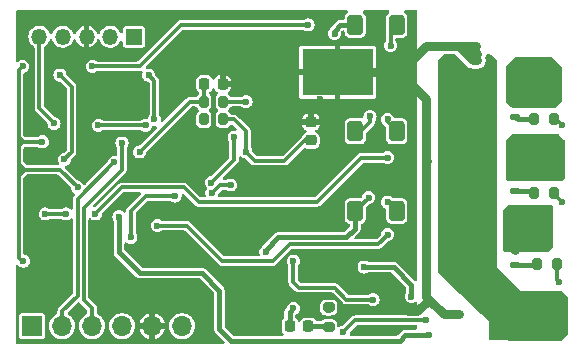
<source format=gbr>
%TF.GenerationSoftware,KiCad,Pcbnew,8.0.5*%
%TF.CreationDate,2025-03-16T21:49:30+05:30*%
%TF.ProjectId,bldc,626c6463-2e6b-4696-9361-645f70636258,rev?*%
%TF.SameCoordinates,Original*%
%TF.FileFunction,Copper,L2,Bot*%
%TF.FilePolarity,Positive*%
%FSLAX46Y46*%
G04 Gerber Fmt 4.6, Leading zero omitted, Abs format (unit mm)*
G04 Created by KiCad (PCBNEW 8.0.5) date 2025-03-16 21:49:30*
%MOMM*%
%LPD*%
G01*
G04 APERTURE LIST*
G04 Aperture macros list*
%AMRoundRect*
0 Rectangle with rounded corners*
0 $1 Rounding radius*
0 $2 $3 $4 $5 $6 $7 $8 $9 X,Y pos of 4 corners*
0 Add a 4 corners polygon primitive as box body*
4,1,4,$2,$3,$4,$5,$6,$7,$8,$9,$2,$3,0*
0 Add four circle primitives for the rounded corners*
1,1,$1+$1,$2,$3*
1,1,$1+$1,$4,$5*
1,1,$1+$1,$6,$7*
1,1,$1+$1,$8,$9*
0 Add four rect primitives between the rounded corners*
20,1,$1+$1,$2,$3,$4,$5,0*
20,1,$1+$1,$4,$5,$6,$7,0*
20,1,$1+$1,$6,$7,$8,$9,0*
20,1,$1+$1,$8,$9,$2,$3,0*%
G04 Aperture macros list end*
%TA.AperFunction,SMDPad,CuDef*%
%ADD10R,6.000000X4.000000*%
%TD*%
%TA.AperFunction,SMDPad,CuDef*%
%ADD11RoundRect,0.225000X-0.250000X0.225000X-0.250000X-0.225000X0.250000X-0.225000X0.250000X0.225000X0*%
%TD*%
%TA.AperFunction,SMDPad,CuDef*%
%ADD12RoundRect,0.225000X0.225000X0.250000X-0.225000X0.250000X-0.225000X-0.250000X0.225000X-0.250000X0*%
%TD*%
%TA.AperFunction,SMDPad,CuDef*%
%ADD13RoundRect,0.200000X-0.200000X-0.275000X0.200000X-0.275000X0.200000X0.275000X-0.200000X0.275000X0*%
%TD*%
%TA.AperFunction,SMDPad,CuDef*%
%ADD14RoundRect,0.200000X-0.275000X0.200000X-0.275000X-0.200000X0.275000X-0.200000X0.275000X0.200000X0*%
%TD*%
%TA.AperFunction,SMDPad,CuDef*%
%ADD15RoundRect,0.200000X0.200000X0.275000X-0.200000X0.275000X-0.200000X-0.275000X0.200000X-0.275000X0*%
%TD*%
%TA.AperFunction,ComponentPad*%
%ADD16R,1.700000X1.700000*%
%TD*%
%TA.AperFunction,ComponentPad*%
%ADD17O,1.700000X1.700000*%
%TD*%
%TA.AperFunction,ComponentPad*%
%ADD18R,1.350000X1.350000*%
%TD*%
%TA.AperFunction,ComponentPad*%
%ADD19O,1.350000X1.350000*%
%TD*%
%TA.AperFunction,SMDPad,CuDef*%
%ADD20RoundRect,0.125000X0.300000X0.125000X-0.300000X0.125000X-0.300000X-0.125000X0.300000X-0.125000X0*%
%TD*%
%TA.AperFunction,SMDPad,CuDef*%
%ADD21R,4.550000X4.410000*%
%TD*%
%TA.AperFunction,SMDPad,CuDef*%
%ADD22RoundRect,0.250000X0.400000X0.600000X-0.400000X0.600000X-0.400000X-0.600000X0.400000X-0.600000X0*%
%TD*%
%TA.AperFunction,ViaPad*%
%ADD23C,0.600000*%
%TD*%
%TA.AperFunction,Conductor*%
%ADD24C,0.300000*%
%TD*%
%TA.AperFunction,Conductor*%
%ADD25C,0.800000*%
%TD*%
%TA.AperFunction,Conductor*%
%ADD26C,0.400000*%
%TD*%
G04 APERTURE END LIST*
D10*
%TO.P,TP5,1,1*%
%TO.N,GND*%
X77750000Y-101500000D03*
%TD*%
%TO.P,TP4,1,1*%
%TO.N,VDC*%
X93500000Y-122250000D03*
%TD*%
D11*
%TO.P,C17,2*%
%TO.N,Net-(C17-Pad2)*%
X75500000Y-107275000D03*
%TO.P,C17,1*%
%TO.N,GND*%
X75500000Y-105725000D03*
%TD*%
D12*
%TO.P,C16,2*%
%TO.N,/ADC_SPD*%
X66475000Y-102500000D03*
%TO.P,C16,1*%
%TO.N,GND*%
X68025000Y-102500000D03*
%TD*%
%TO.P,C13,1*%
%TO.N,Net-(C13-Pad1)*%
X75275000Y-123000000D03*
%TO.P,C13,2*%
%TO.N,Net-(IC1-SW)*%
X73725000Y-123000000D03*
%TD*%
D13*
%TO.P,R18,2*%
%TO.N,Net-(R18-Pad2)*%
X68075000Y-104000000D03*
%TO.P,R18,1*%
%TO.N,/ADC_SPD*%
X66425000Y-104000000D03*
%TD*%
D14*
%TO.P,R11,2*%
%TO.N,Net-(C13-Pad1)*%
X77000000Y-123075000D03*
%TO.P,R11,1*%
%TO.N,Net-(IC1-BST)*%
X77000000Y-121425000D03*
%TD*%
D13*
%TO.P,R7,1*%
%TO.N,/RPM*%
X66425000Y-105500000D03*
%TO.P,R7,2*%
%TO.N,Net-(C17-Pad2)*%
X68075000Y-105500000D03*
%TD*%
D15*
%TO.P,R5,1*%
%TO.N,Net-(U4-HO)*%
X96325000Y-117750000D03*
%TO.P,R5,2*%
%TO.N,Net-(Q9-G)*%
X94675000Y-117750000D03*
%TD*%
%TO.P,R3,1*%
%TO.N,Net-(U3-HO)*%
X96075000Y-111750000D03*
%TO.P,R3,2*%
%TO.N,Net-(Q7-G)*%
X94425000Y-111750000D03*
%TD*%
%TO.P,R1,2*%
%TO.N,Net-(Q1-G)*%
X94425000Y-105500000D03*
%TO.P,R1,1*%
%TO.N,Net-(U2-HO)*%
X96075000Y-105500000D03*
%TD*%
D16*
%TO.P,J3,1,Pin_1*%
%TO.N,unconnected-(J3-Pin_1-Pad1)*%
X51900000Y-123000000D03*
D17*
%TO.P,J3,2,Pin_2*%
%TO.N,/MCU_TX*%
X54440000Y-123000000D03*
%TO.P,J3,3,Pin_3*%
%TO.N,/MCU_RX*%
X56980000Y-123000000D03*
%TO.P,J3,4,Pin_4*%
%TO.N,unconnected-(J3-Pin_4-Pad4)*%
X59520000Y-123000000D03*
%TO.P,J3,5,Pin_5*%
%TO.N,GND*%
X62060000Y-123000000D03*
%TO.P,J3,6,Pin_6*%
%TO.N,unconnected-(J3-Pin_6-Pad6)*%
X64600000Y-123000000D03*
%TD*%
D18*
%TO.P,J1,1,Pin_1*%
%TO.N,+3V3*%
X60500000Y-98500000D03*
D19*
%TO.P,J1,2,Pin_2*%
%TO.N,/SWCLK*%
X58500000Y-98500000D03*
%TO.P,J1,3,Pin_3*%
%TO.N,GND*%
X56500000Y-98500000D03*
%TO.P,J1,4,Pin_4*%
%TO.N,/SWDIO*%
X54500000Y-98500000D03*
%TO.P,J1,5,Pin_5*%
%TO.N,/NRST*%
X52500000Y-98500000D03*
%TD*%
D20*
%TO.P,Q9,1,S*%
%TO.N,/PHASE_C*%
X92750000Y-113995000D03*
%TO.P,Q9,2,S*%
X92750000Y-115265000D03*
%TO.P,Q9,3,S*%
X92750000Y-116535000D03*
%TO.P,Q9,4,G*%
%TO.N,Net-(Q9-G)*%
X92750000Y-117805000D03*
D21*
%TO.P,Q9,5,D*%
%TO.N,VDC*%
X88800000Y-115900000D03*
%TD*%
D20*
%TO.P,Q7,1,S*%
%TO.N,/PHASE_B*%
X92805000Y-107750000D03*
%TO.P,Q7,2,S*%
X92805000Y-109020000D03*
%TO.P,Q7,3,S*%
X92805000Y-110290000D03*
%TO.P,Q7,4,G*%
%TO.N,Net-(Q7-G)*%
X92805000Y-111560000D03*
D21*
%TO.P,Q7,5,D*%
%TO.N,VDC*%
X88855000Y-109655000D03*
%TD*%
D20*
%TO.P,Q1,1,S*%
%TO.N,/PHASE_A*%
X92805000Y-101500000D03*
%TO.P,Q1,2,S*%
X92805000Y-102770000D03*
%TO.P,Q1,3,S*%
X92805000Y-104040000D03*
%TO.P,Q1,4,G*%
%TO.N,Net-(Q1-G)*%
X92805000Y-105310000D03*
D21*
%TO.P,Q1,5,D*%
%TO.N,VDC*%
X88855000Y-103405000D03*
%TD*%
D22*
%TO.P,D3,1,K*%
%TO.N,Net-(D3-K)*%
X82750000Y-113250000D03*
%TO.P,D3,2,A*%
%TO.N,VDD*%
X79250000Y-113250000D03*
%TD*%
%TO.P,D2,1,K*%
%TO.N,Net-(D2-K)*%
X82750000Y-106500000D03*
%TO.P,D2,2,A*%
%TO.N,VDD*%
X79250000Y-106500000D03*
%TD*%
%TO.P,D1,1,K*%
%TO.N,Net-(D1-K)*%
X82750000Y-97500000D03*
%TO.P,D1,2,A*%
%TO.N,VDD*%
X79250000Y-97500000D03*
%TD*%
D23*
%TO.N,GND*%
X85250000Y-116250000D03*
X85250000Y-115750000D03*
X85315294Y-109053049D03*
X85250000Y-109750000D03*
X89600000Y-100500000D03*
X89600000Y-100000000D03*
X89500000Y-99250000D03*
X83750000Y-121750000D03*
X88000000Y-122000000D03*
%TO.N,Net-(C17-Pad2)*%
X70000000Y-108250000D03*
%TO.N,Net-(R18-Pad2)*%
X70000000Y-104000000D03*
%TO.N,GND*%
X51500000Y-114000000D03*
%TO.N,/ADC_SPD*%
X61000000Y-108250000D03*
%TO.N,/PHASE_B*%
X54750000Y-113500000D03*
X53000000Y-113500000D03*
X57250000Y-113500000D03*
%TO.N,GND*%
X69250000Y-113750000D03*
X70250000Y-116500000D03*
%TO.N,/PHASE_B*%
X82000000Y-108750000D03*
%TO.N,+3V3*%
X64000000Y-112000000D03*
X60250000Y-115500000D03*
%TO.N,/PHASE_C*%
X82000000Y-115250000D03*
%TO.N,VDD*%
X71675000Y-116750000D03*
%TO.N,GND*%
X77750000Y-118000000D03*
X77000000Y-110000000D03*
X76250000Y-103750000D03*
%TO.N,VDC*%
X90000000Y-120500000D03*
%TO.N,+3V3*%
X57500000Y-106000000D03*
X61500000Y-106000000D03*
%TO.N,GND*%
X54000000Y-108000000D03*
X56000000Y-103000000D03*
X65000000Y-100000000D03*
X58000000Y-101750000D03*
%TO.N,VDC*%
X84000000Y-120500000D03*
X80000000Y-118000000D03*
%TO.N,/PHASE_C*%
X94250000Y-113995000D03*
X93500000Y-113995000D03*
X93500000Y-115265000D03*
X93500000Y-116000000D03*
X94250000Y-115265000D03*
X94250000Y-116000000D03*
X95250000Y-114000000D03*
X95250000Y-115250000D03*
X95250000Y-116000000D03*
%TO.N,/PHASE_B*%
X93500000Y-107750000D03*
X94500000Y-107750000D03*
X93500000Y-109020000D03*
X94500000Y-109020000D03*
X93500000Y-110290000D03*
X94500000Y-110290000D03*
X95500000Y-110250000D03*
X95500000Y-109000000D03*
X95500000Y-107750000D03*
%TO.N,/PHASE_A*%
X95250000Y-101500000D03*
X94250000Y-101500000D03*
X93750000Y-103750000D03*
X94500000Y-103750000D03*
X95250000Y-103750000D03*
X93550000Y-101500000D03*
X93500000Y-102770000D03*
X94250000Y-102770000D03*
X95250000Y-102750000D03*
%TO.N,Net-(D1-K)*%
X82250000Y-99250000D03*
%TO.N,VDD*%
X77500000Y-98250000D03*
%TO.N,Net-(D2-K)*%
X82000000Y-105500000D03*
%TO.N,VDD*%
X80500000Y-105250000D03*
X80375000Y-112125000D03*
%TO.N,Net-(D3-K)*%
X82000000Y-112500000D03*
%TO.N,/MCU_RX*%
X59500000Y-107500000D03*
%TO.N,/MCU_TX*%
X58850000Y-109125000D03*
%TO.N,/ADC_A*%
X54250000Y-101750000D03*
%TO.N,/ADC_CENTER*%
X55750000Y-111250000D03*
%TO.N,Net-(U4-HO)*%
X96500000Y-119250000D03*
%TO.N,Net-(U3-HO)*%
X96750000Y-112500000D03*
%TO.N,Net-(U2-HO)*%
X96750000Y-106000000D03*
%TO.N,/TIM1_CH3N*%
X69000000Y-107000000D03*
%TO.N,/TIM1_CH2N*%
X67100000Y-111750000D03*
%TO.N,/TIM1_CH3N*%
X67069186Y-110861574D03*
%TO.N,/TIM1_CH2N*%
X68700000Y-111050000D03*
%TO.N,/ADC_VDC*%
X85500000Y-123750000D03*
X59250000Y-113750000D03*
%TO.N,VDC*%
X94250000Y-122500000D03*
X95000000Y-122500000D03*
%TO.N,Net-(IC1-EN)*%
X85250000Y-122500000D03*
X78250000Y-123500000D03*
%TO.N,GND*%
X82250000Y-123500000D03*
%TO.N,Net-(R12-Pad2)*%
X74000000Y-117500000D03*
X80750000Y-120750000D03*
%TO.N,Net-(IC1-SW)*%
X74000000Y-121500000D03*
%TO.N,Net-(IC1-BST)*%
X77000000Y-121600000D03*
%TO.N,/ADC_A*%
X54625000Y-108875000D03*
%TO.N,GND*%
X62000000Y-109250000D03*
%TO.N,/PHASE_C*%
X62500000Y-114500000D03*
%TO.N,/PHASE_A*%
X75250000Y-97500000D03*
%TO.N,/NRST*%
X53750000Y-105825000D03*
%TO.N,/PHASE_A*%
X57000000Y-101000000D03*
%TO.N,GND*%
X52750000Y-112350000D03*
%TO.N,/ADC_CENTER*%
X51150000Y-117500000D03*
X52750000Y-107400000D03*
X51100000Y-101000000D03*
%TO.N,/SWDIO*%
X61750000Y-101750000D03*
X62250000Y-105500000D03*
%TD*%
D24*
%TO.N,/TIM1_CH3N*%
X67069186Y-110861574D02*
X69000000Y-108930760D01*
X69000000Y-108930760D02*
X69000000Y-107000000D01*
%TO.N,/TIM1_CH2N*%
X67800000Y-111050000D02*
X67100000Y-111750000D01*
X68700000Y-111050000D02*
X67800000Y-111050000D01*
D25*
%TO.N,GND*%
X85250000Y-109118343D02*
X85315294Y-109053049D01*
X85250000Y-103750000D02*
X83000000Y-101500000D01*
X85250000Y-108987755D02*
X85250000Y-103750000D01*
X85315294Y-109053049D02*
X85250000Y-108987755D01*
X85250000Y-109750000D02*
X85250000Y-109118343D01*
X85250000Y-116250000D02*
X85250000Y-115750000D01*
X85250000Y-115750000D02*
X85250000Y-109750000D01*
X89600000Y-100500000D02*
X89250000Y-100500000D01*
X89250000Y-100500000D02*
X88000000Y-99250000D01*
X88000000Y-99250000D02*
X88850000Y-99250000D01*
X87000000Y-99250000D02*
X88000000Y-99250000D01*
X87000000Y-99250000D02*
X89500000Y-99250000D01*
X85250000Y-99250000D02*
X87000000Y-99250000D01*
X88850000Y-99250000D02*
X89600000Y-100000000D01*
X83000000Y-101500000D02*
X85250000Y-99250000D01*
X83750000Y-121750000D02*
X84500000Y-121750000D01*
X85500000Y-120750000D02*
X85250000Y-120500000D01*
X86750000Y-122000000D02*
X85500000Y-120750000D01*
X84500000Y-121750000D02*
X85500000Y-120750000D01*
X83000000Y-101500000D02*
X77750000Y-101500000D01*
X88000000Y-122000000D02*
X86750000Y-122000000D01*
X85250000Y-120500000D02*
X85250000Y-116250000D01*
D24*
%TO.N,Net-(C17-Pad2)*%
X74975000Y-107275000D02*
X75500000Y-107275000D01*
X73250000Y-109000000D02*
X74975000Y-107275000D01*
X70750000Y-109000000D02*
X73250000Y-109000000D01*
X70000000Y-108250000D02*
X70750000Y-109000000D01*
X70000000Y-106500000D02*
X70000000Y-108250000D01*
X69000000Y-105500000D02*
X70000000Y-106500000D01*
X68075000Y-105500000D02*
X69000000Y-105500000D01*
%TO.N,Net-(R18-Pad2)*%
X68075000Y-104000000D02*
X70000000Y-104000000D01*
%TO.N,/ADC_CENTER*%
X50750000Y-110250000D02*
X50750000Y-109750000D01*
X50750000Y-117250000D02*
X50750000Y-110250000D01*
X51250000Y-109750000D02*
X50750000Y-110250000D01*
X50750000Y-109750000D02*
X50750000Y-109250000D01*
X50750000Y-109250000D02*
X50750000Y-107750000D01*
X51250000Y-109750000D02*
X50750000Y-109250000D01*
X51250000Y-109750000D02*
X50750000Y-109750000D01*
X54250000Y-109750000D02*
X51250000Y-109750000D01*
X51250000Y-107400000D02*
X51100000Y-107400000D01*
X50750000Y-107750000D02*
X50750000Y-107250000D01*
X51100000Y-107400000D02*
X50750000Y-107750000D01*
X51150000Y-107400000D02*
X50750000Y-107000000D01*
X51250000Y-107400000D02*
X51150000Y-107400000D01*
X50750000Y-107000000D02*
X50750000Y-101350000D01*
X50750000Y-107250000D02*
X50750000Y-107000000D01*
X51250000Y-107400000D02*
X50900000Y-107400000D01*
X52750000Y-107400000D02*
X51250000Y-107400000D01*
X50900000Y-107400000D02*
X50750000Y-107250000D01*
X55750000Y-111250000D02*
X54250000Y-109750000D01*
X50750000Y-101350000D02*
X51100000Y-101000000D01*
X51000000Y-117500000D02*
X50750000Y-117250000D01*
X51150000Y-117500000D02*
X51000000Y-117500000D01*
%TO.N,/ADC_SPD*%
X66425000Y-104000000D02*
X65250000Y-104000000D01*
X65250000Y-104000000D02*
X61000000Y-108250000D01*
X66475000Y-103950000D02*
X66425000Y-104000000D01*
X66475000Y-102500000D02*
X66475000Y-103950000D01*
%TO.N,/MCU_RX*%
X56980000Y-121500000D02*
X56980000Y-123000000D01*
X59500000Y-109750000D02*
X56250000Y-113000000D01*
X59500000Y-107500000D02*
X59500000Y-109750000D01*
X56250000Y-120770000D02*
X56980000Y-121500000D01*
X56250000Y-113000000D02*
X56250000Y-120770000D01*
%TO.N,/MCU_TX*%
X54440000Y-121750000D02*
X54440000Y-123000000D01*
X55750000Y-120440000D02*
X54440000Y-121750000D01*
X55750000Y-112225000D02*
X55750000Y-120440000D01*
X58850000Y-109125000D02*
X55750000Y-112225000D01*
%TO.N,/PHASE_B*%
X53000000Y-113500000D02*
X54750000Y-113500000D01*
X66000000Y-112500000D02*
X64750000Y-111250000D01*
X64750000Y-111250000D02*
X59500000Y-111250000D01*
X79750000Y-108750000D02*
X76000000Y-112500000D01*
X82000000Y-108750000D02*
X79750000Y-108750000D01*
X76000000Y-112500000D02*
X66000000Y-112500000D01*
X59500000Y-111250000D02*
X57250000Y-113500000D01*
%TO.N,+3V3*%
X60250000Y-113250000D02*
X60250000Y-115500000D01*
X64000000Y-112000000D02*
X61500000Y-112000000D01*
X61500000Y-112000000D02*
X60250000Y-113250000D01*
%TO.N,/PHASE_C*%
X73700000Y-116050000D02*
X81200000Y-116050000D01*
X72250000Y-117500000D02*
X73700000Y-116050000D01*
X68000000Y-117500000D02*
X72250000Y-117500000D01*
X81200000Y-116050000D02*
X82000000Y-115250000D01*
X65000000Y-114500000D02*
X68000000Y-117500000D01*
X62500000Y-114500000D02*
X65000000Y-114500000D01*
D26*
%TO.N,VDD*%
X79250000Y-114750000D02*
X79250000Y-113250000D01*
X71675000Y-116575000D02*
X72750000Y-115500000D01*
X78500000Y-115500000D02*
X79250000Y-114750000D01*
X71675000Y-116750000D02*
X71675000Y-116575000D01*
X72750000Y-115500000D02*
X78500000Y-115500000D01*
%TO.N,/ADC_VDC*%
X59250000Y-116750000D02*
X59250000Y-113750000D01*
X61000000Y-118500000D02*
X59250000Y-116750000D01*
X68750000Y-124250000D02*
X67750000Y-123250000D01*
X66250000Y-118500000D02*
X61000000Y-118500000D01*
X83000000Y-124250000D02*
X68750000Y-124250000D01*
X83500000Y-123750000D02*
X83000000Y-124250000D01*
X67750000Y-123250000D02*
X67750000Y-120000000D01*
X85500000Y-123750000D02*
X83500000Y-123750000D01*
X67750000Y-120000000D02*
X66250000Y-118500000D01*
D24*
%TO.N,+3V3*%
X61500000Y-106000000D02*
X57500000Y-106000000D01*
%TO.N,/ADC_A*%
X55250000Y-102750000D02*
X54250000Y-101750000D01*
X55250000Y-108250000D02*
X55250000Y-102750000D01*
X54625000Y-108875000D02*
X55250000Y-108250000D01*
%TO.N,Net-(R12-Pad2)*%
X74000000Y-119250000D02*
X74000000Y-117500000D01*
X77500000Y-119750000D02*
X74500000Y-119750000D01*
X74500000Y-119750000D02*
X74000000Y-119250000D01*
X78500000Y-120750000D02*
X77500000Y-119750000D01*
X80750000Y-120750000D02*
X78500000Y-120750000D01*
D26*
%TO.N,VDC*%
X84000000Y-119500000D02*
X84000000Y-120500000D01*
X82500000Y-118000000D02*
X80000000Y-118000000D01*
X84000000Y-119500000D02*
X82500000Y-118000000D01*
D25*
%TO.N,/PHASE_C*%
X94250000Y-113995000D02*
X95245000Y-113995000D01*
X93500000Y-113995000D02*
X94250000Y-113995000D01*
X93500000Y-115265000D02*
X94250000Y-115265000D01*
X93500000Y-116000000D02*
X94250000Y-116000000D01*
X94250000Y-115265000D02*
X95235000Y-115265000D01*
X94250000Y-116000000D02*
X95250000Y-116000000D01*
X95235000Y-115265000D02*
X95250000Y-115250000D01*
X92750000Y-115265000D02*
X93500000Y-115265000D01*
X92750000Y-113995000D02*
X93500000Y-113995000D01*
X95245000Y-113995000D02*
X95250000Y-114000000D01*
X92750000Y-116000000D02*
X92750000Y-113995000D01*
X92750000Y-116000000D02*
X93500000Y-116000000D01*
X92750000Y-116535000D02*
X92750000Y-116000000D01*
%TO.N,/PHASE_B*%
X93500000Y-107750000D02*
X94500000Y-107750000D01*
X94500000Y-107750000D02*
X95500000Y-107750000D01*
X93500000Y-109020000D02*
X94500000Y-109020000D01*
X94500000Y-109020000D02*
X95480000Y-109020000D01*
X93500000Y-110290000D02*
X94500000Y-110290000D01*
X94500000Y-110290000D02*
X95460000Y-110290000D01*
X95480000Y-109020000D02*
X95500000Y-109000000D01*
X92805000Y-109020000D02*
X93500000Y-109020000D01*
X92805000Y-110290000D02*
X93500000Y-110290000D01*
X95460000Y-110290000D02*
X95500000Y-110250000D01*
X92805000Y-107750000D02*
X93500000Y-107750000D01*
X92805000Y-107750000D02*
X92805000Y-110290000D01*
%TO.N,/PHASE_A*%
X93095000Y-103750000D02*
X92805000Y-104040000D01*
X93750000Y-103750000D02*
X93095000Y-103750000D01*
X93750000Y-103750000D02*
X94500000Y-103750000D01*
X95230000Y-102770000D02*
X95250000Y-102750000D01*
X94250000Y-102770000D02*
X95230000Y-102770000D01*
X93500000Y-102770000D02*
X94250000Y-102770000D01*
X92805000Y-101500000D02*
X94250000Y-101500000D01*
X94250000Y-101500000D02*
X95250000Y-101500000D01*
X94500000Y-103750000D02*
X95250000Y-103750000D01*
X92805000Y-102770000D02*
X93500000Y-102770000D01*
X92805000Y-104040000D02*
X92805000Y-101500000D01*
D26*
%TO.N,VDD*%
X78000000Y-97500000D02*
X79250000Y-97500000D01*
X77500000Y-98000000D02*
X78000000Y-97500000D01*
X77500000Y-98250000D02*
X77500000Y-98000000D01*
D24*
%TO.N,Net-(D1-K)*%
X82250000Y-98000000D02*
X82750000Y-97500000D01*
X82250000Y-99250000D02*
X82250000Y-98000000D01*
X82500000Y-97500000D02*
X82250000Y-97750000D01*
X82750000Y-97500000D02*
X82500000Y-97500000D01*
%TO.N,VDD*%
X80500000Y-105750000D02*
X80500000Y-105250000D01*
X79750000Y-106500000D02*
X80500000Y-105750000D01*
X79250000Y-106500000D02*
X79750000Y-106500000D01*
%TO.N,Net-(D2-K)*%
X82000000Y-105750000D02*
X82000000Y-105500000D01*
X82750000Y-106500000D02*
X82000000Y-105750000D01*
%TO.N,VDD*%
X79250000Y-113250000D02*
X80375000Y-112125000D01*
%TO.N,Net-(D3-K)*%
X82750000Y-113250000D02*
X82000000Y-112500000D01*
%TO.N,Net-(U4-HO)*%
X96325000Y-119075000D02*
X96500000Y-119250000D01*
X96325000Y-117750000D02*
X96325000Y-119075000D01*
%TO.N,Net-(U3-HO)*%
X96075000Y-111750000D02*
X96075000Y-111825000D01*
X96075000Y-111825000D02*
X96750000Y-112500000D01*
%TO.N,Net-(U2-HO)*%
X96250000Y-105500000D02*
X96750000Y-106000000D01*
X96075000Y-105500000D02*
X96250000Y-105500000D01*
D26*
%TO.N,Net-(Q9-G)*%
X94620000Y-117805000D02*
X94675000Y-117750000D01*
X92750000Y-117805000D02*
X94620000Y-117805000D01*
%TO.N,Net-(Q7-G)*%
X94235000Y-111560000D02*
X94425000Y-111750000D01*
X92805000Y-111560000D02*
X94235000Y-111560000D01*
%TO.N,Net-(Q1-G)*%
X92995000Y-105500000D02*
X92805000Y-105310000D01*
X94425000Y-105500000D02*
X92995000Y-105500000D01*
%TO.N,Net-(C13-Pad1)*%
X75500000Y-123000000D02*
X75250000Y-123250000D01*
X76750000Y-123000000D02*
X75500000Y-123000000D01*
X77000000Y-123250000D02*
X76750000Y-123000000D01*
D24*
%TO.N,Net-(IC1-EN)*%
X79250000Y-122500000D02*
X85250000Y-122500000D01*
X78250000Y-123500000D02*
X79250000Y-122500000D01*
D26*
%TO.N,Net-(IC1-SW)*%
X73700000Y-121800000D02*
X74000000Y-121500000D01*
X73700000Y-123250000D02*
X73700000Y-121800000D01*
D24*
%TO.N,/PHASE_A*%
X64500000Y-97500000D02*
X61000000Y-101000000D01*
X75250000Y-97500000D02*
X64500000Y-97500000D01*
X61000000Y-101000000D02*
X57000000Y-101000000D01*
%TO.N,/NRST*%
X52500000Y-104575000D02*
X53750000Y-105825000D01*
X52500000Y-98500000D02*
X52500000Y-104575000D01*
%TO.N,/ADC_CENTER*%
X51150000Y-101050000D02*
X51100000Y-101000000D01*
%TO.N,/SWDIO*%
X62250000Y-102250000D02*
X61750000Y-101750000D01*
X62250000Y-105500000D02*
X62250000Y-102250000D01*
%TD*%
%TA.AperFunction,Conductor*%
%TO.N,GND*%
G36*
X54099784Y-110170185D02*
G01*
X54120426Y-110186819D01*
X55166675Y-111233068D01*
X55200160Y-111294391D01*
X55201933Y-111304563D01*
X55213670Y-111393707D01*
X55213671Y-111393712D01*
X55269137Y-111527622D01*
X55269138Y-111527624D01*
X55269139Y-111527625D01*
X55357379Y-111642621D01*
X55472375Y-111730861D01*
X55472377Y-111730861D01*
X55476403Y-111733951D01*
X55517605Y-111790379D01*
X55521760Y-111860126D01*
X55488599Y-111920007D01*
X55450754Y-111957853D01*
X55429520Y-111979087D01*
X55376793Y-112070412D01*
X55362085Y-112125304D01*
X55362085Y-112125305D01*
X55362084Y-112125304D01*
X55349500Y-112172271D01*
X55349500Y-113014896D01*
X55329815Y-113081935D01*
X55277011Y-113127690D01*
X55207853Y-113137634D01*
X55149942Y-113111187D01*
X55149068Y-113112327D01*
X55142622Y-113107381D01*
X55142621Y-113107379D01*
X55027625Y-113019139D01*
X55027624Y-113019138D01*
X55027622Y-113019137D01*
X54893712Y-112963671D01*
X54893710Y-112963670D01*
X54893709Y-112963670D01*
X54821854Y-112954210D01*
X54750001Y-112944750D01*
X54749999Y-112944750D01*
X54606291Y-112963670D01*
X54606287Y-112963671D01*
X54472376Y-113019138D01*
X54472374Y-113019139D01*
X54401040Y-113073876D01*
X54335871Y-113099070D01*
X54325554Y-113099500D01*
X53424446Y-113099500D01*
X53357407Y-113079815D01*
X53348960Y-113073876D01*
X53277625Y-113019139D01*
X53277623Y-113019138D01*
X53143712Y-112963671D01*
X53143710Y-112963670D01*
X53143709Y-112963670D01*
X53071854Y-112954210D01*
X53000001Y-112944750D01*
X52999999Y-112944750D01*
X52856291Y-112963670D01*
X52856287Y-112963671D01*
X52722377Y-113019137D01*
X52607379Y-113107379D01*
X52519137Y-113222377D01*
X52463671Y-113356287D01*
X52463670Y-113356291D01*
X52444750Y-113499999D01*
X52444750Y-113500000D01*
X52463670Y-113643708D01*
X52463671Y-113643712D01*
X52519137Y-113777622D01*
X52519138Y-113777624D01*
X52519139Y-113777625D01*
X52607379Y-113892621D01*
X52722375Y-113980861D01*
X52722376Y-113980861D01*
X52722377Y-113980862D01*
X52767013Y-113999350D01*
X52856291Y-114036330D01*
X52983280Y-114053048D01*
X52999999Y-114055250D01*
X53000000Y-114055250D01*
X53000001Y-114055250D01*
X53014977Y-114053278D01*
X53143709Y-114036330D01*
X53277625Y-113980861D01*
X53324686Y-113944750D01*
X53348960Y-113926124D01*
X53414129Y-113900930D01*
X53424446Y-113900500D01*
X54325554Y-113900500D01*
X54392593Y-113920185D01*
X54401040Y-113926124D01*
X54425314Y-113944750D01*
X54472375Y-113980861D01*
X54606291Y-114036330D01*
X54733280Y-114053048D01*
X54749999Y-114055250D01*
X54750000Y-114055250D01*
X54750001Y-114055250D01*
X54764977Y-114053278D01*
X54893709Y-114036330D01*
X55027625Y-113980861D01*
X55142621Y-113892621D01*
X55142622Y-113892618D01*
X55149068Y-113887673D01*
X55151018Y-113890215D01*
X55199142Y-113863938D01*
X55268834Y-113868922D01*
X55324767Y-113910794D01*
X55349184Y-113976258D01*
X55349500Y-113985104D01*
X55349500Y-120222745D01*
X55329815Y-120289784D01*
X55313181Y-120310426D01*
X54119522Y-121504084D01*
X54119518Y-121504090D01*
X54066793Y-121595411D01*
X54063751Y-121606764D01*
X54047908Y-121665893D01*
X54039500Y-121697273D01*
X54039500Y-121890015D01*
X54019815Y-121957054D01*
X53967011Y-122002809D01*
X53960296Y-122005641D01*
X53947368Y-122010649D01*
X53947359Y-122010653D01*
X53773960Y-122118017D01*
X53773958Y-122118019D01*
X53623237Y-122255418D01*
X53500327Y-122418178D01*
X53409422Y-122600739D01*
X53409417Y-122600752D01*
X53353602Y-122796917D01*
X53334785Y-122999999D01*
X53334785Y-123000000D01*
X53353602Y-123203082D01*
X53409417Y-123399247D01*
X53409422Y-123399260D01*
X53500327Y-123581821D01*
X53623237Y-123744581D01*
X53773958Y-123881980D01*
X53773960Y-123881982D01*
X53841638Y-123923886D01*
X53947363Y-123989348D01*
X54137544Y-124063024D01*
X54338024Y-124100500D01*
X54338026Y-124100500D01*
X54541974Y-124100500D01*
X54541976Y-124100500D01*
X54742456Y-124063024D01*
X54932637Y-123989348D01*
X55106041Y-123881981D01*
X55256764Y-123744579D01*
X55379673Y-123581821D01*
X55470582Y-123399250D01*
X55526397Y-123203083D01*
X55545215Y-123000000D01*
X55539115Y-122934174D01*
X55526397Y-122796917D01*
X55513048Y-122750000D01*
X55470582Y-122600750D01*
X55470159Y-122599901D01*
X55420320Y-122499810D01*
X55379673Y-122418179D01*
X55275769Y-122280588D01*
X55256762Y-122255418D01*
X55106041Y-122118019D01*
X55106039Y-122118017D01*
X54950309Y-122021594D01*
X54903673Y-121969566D01*
X54892569Y-121900585D01*
X54920522Y-121836550D01*
X54927895Y-121828496D01*
X55747463Y-121008927D01*
X55808784Y-120975444D01*
X55878475Y-120980428D01*
X55921623Y-121012315D01*
X55923773Y-121010166D01*
X56543181Y-121629574D01*
X56576666Y-121690897D01*
X56579500Y-121717255D01*
X56579500Y-121890015D01*
X56559815Y-121957054D01*
X56507011Y-122002809D01*
X56500296Y-122005641D01*
X56487368Y-122010649D01*
X56487359Y-122010653D01*
X56313960Y-122118017D01*
X56313958Y-122118019D01*
X56163237Y-122255418D01*
X56040327Y-122418178D01*
X55949422Y-122600739D01*
X55949417Y-122600752D01*
X55893602Y-122796917D01*
X55874785Y-122999999D01*
X55874785Y-123000000D01*
X55893602Y-123203082D01*
X55949417Y-123399247D01*
X55949422Y-123399260D01*
X56040327Y-123581821D01*
X56163237Y-123744581D01*
X56313958Y-123881980D01*
X56313960Y-123881982D01*
X56381638Y-123923886D01*
X56487363Y-123989348D01*
X56677544Y-124063024D01*
X56878024Y-124100500D01*
X56878026Y-124100500D01*
X57081974Y-124100500D01*
X57081976Y-124100500D01*
X57282456Y-124063024D01*
X57472637Y-123989348D01*
X57646041Y-123881981D01*
X57796764Y-123744579D01*
X57919673Y-123581821D01*
X58010582Y-123399250D01*
X58066397Y-123203083D01*
X58085215Y-123000000D01*
X58085215Y-122999999D01*
X58414785Y-122999999D01*
X58414785Y-123000000D01*
X58433602Y-123203082D01*
X58489417Y-123399247D01*
X58489422Y-123399260D01*
X58580327Y-123581821D01*
X58703237Y-123744581D01*
X58853958Y-123881980D01*
X58853960Y-123881982D01*
X58921638Y-123923886D01*
X59027363Y-123989348D01*
X59217544Y-124063024D01*
X59418024Y-124100500D01*
X59418026Y-124100500D01*
X59621974Y-124100500D01*
X59621976Y-124100500D01*
X59822456Y-124063024D01*
X60012637Y-123989348D01*
X60186041Y-123881981D01*
X60336764Y-123744579D01*
X60459673Y-123581821D01*
X60550582Y-123399250D01*
X60606397Y-123203083D01*
X60625215Y-123000000D01*
X60619115Y-122934174D01*
X60606397Y-122796917D01*
X60593048Y-122750000D01*
X60593048Y-122749999D01*
X60987471Y-122749999D01*
X60987472Y-122750000D01*
X61626988Y-122750000D01*
X61594075Y-122807007D01*
X61560000Y-122934174D01*
X61560000Y-123065826D01*
X61594075Y-123192993D01*
X61626988Y-123250000D01*
X60987472Y-123250000D01*
X61029885Y-123399065D01*
X61029890Y-123399078D01*
X61120754Y-123581556D01*
X61243608Y-123744242D01*
X61394260Y-123881578D01*
X61567584Y-123988897D01*
X61757678Y-124062539D01*
X61810000Y-124072320D01*
X61810000Y-123433012D01*
X61867007Y-123465925D01*
X61994174Y-123500000D01*
X62125826Y-123500000D01*
X62252993Y-123465925D01*
X62310000Y-123433012D01*
X62310000Y-124072320D01*
X62362321Y-124062539D01*
X62552415Y-123988897D01*
X62725739Y-123881578D01*
X62876391Y-123744242D01*
X62999245Y-123581556D01*
X63090109Y-123399078D01*
X63090114Y-123399065D01*
X63132528Y-123250000D01*
X62493012Y-123250000D01*
X62525925Y-123192993D01*
X62560000Y-123065826D01*
X62560000Y-122999999D01*
X63494785Y-122999999D01*
X63494785Y-123000000D01*
X63513602Y-123203082D01*
X63569417Y-123399247D01*
X63569422Y-123399260D01*
X63660327Y-123581821D01*
X63783237Y-123744581D01*
X63933958Y-123881980D01*
X63933960Y-123881982D01*
X64001638Y-123923886D01*
X64107363Y-123989348D01*
X64297544Y-124063024D01*
X64498024Y-124100500D01*
X64498026Y-124100500D01*
X64701974Y-124100500D01*
X64701976Y-124100500D01*
X64902456Y-124063024D01*
X65092637Y-123989348D01*
X65266041Y-123881981D01*
X65416764Y-123744579D01*
X65539673Y-123581821D01*
X65630582Y-123399250D01*
X65686397Y-123203083D01*
X65705215Y-123000000D01*
X65699115Y-122934174D01*
X65686397Y-122796917D01*
X65673048Y-122750000D01*
X65630582Y-122600750D01*
X65630159Y-122599901D01*
X65580320Y-122499810D01*
X65539673Y-122418179D01*
X65435769Y-122280588D01*
X65416762Y-122255418D01*
X65266041Y-122118019D01*
X65266039Y-122118017D01*
X65092642Y-122010655D01*
X65092639Y-122010653D01*
X65092637Y-122010652D01*
X65092636Y-122010651D01*
X65092635Y-122010651D01*
X64986150Y-121969399D01*
X64902456Y-121936976D01*
X64701976Y-121899500D01*
X64498024Y-121899500D01*
X64297544Y-121936976D01*
X64297541Y-121936976D01*
X64297541Y-121936977D01*
X64107364Y-122010651D01*
X64107357Y-122010655D01*
X63933960Y-122118017D01*
X63933958Y-122118019D01*
X63783237Y-122255418D01*
X63660327Y-122418178D01*
X63569422Y-122600739D01*
X63569417Y-122600752D01*
X63513602Y-122796917D01*
X63494785Y-122999999D01*
X62560000Y-122999999D01*
X62560000Y-122934174D01*
X62525925Y-122807007D01*
X62493012Y-122750000D01*
X63132528Y-122750000D01*
X63132528Y-122749999D01*
X63090114Y-122600934D01*
X63090109Y-122600921D01*
X62999245Y-122418443D01*
X62876391Y-122255757D01*
X62725739Y-122118421D01*
X62552413Y-122011101D01*
X62362315Y-121937458D01*
X62362309Y-121937456D01*
X62310001Y-121927677D01*
X62310000Y-121927679D01*
X62310000Y-122566988D01*
X62252993Y-122534075D01*
X62125826Y-122500000D01*
X61994174Y-122500000D01*
X61867007Y-122534075D01*
X61810000Y-122566988D01*
X61810000Y-121927679D01*
X61809998Y-121927677D01*
X61757690Y-121937456D01*
X61757684Y-121937458D01*
X61567586Y-122011101D01*
X61394260Y-122118421D01*
X61243608Y-122255757D01*
X61120754Y-122418443D01*
X61029890Y-122600921D01*
X61029885Y-122600934D01*
X60987471Y-122749999D01*
X60593048Y-122749999D01*
X60550582Y-122600750D01*
X60550159Y-122599901D01*
X60500320Y-122499810D01*
X60459673Y-122418179D01*
X60355769Y-122280588D01*
X60336762Y-122255418D01*
X60186041Y-122118019D01*
X60186039Y-122118017D01*
X60012642Y-122010655D01*
X60012639Y-122010653D01*
X60012637Y-122010652D01*
X60012636Y-122010651D01*
X60012635Y-122010651D01*
X59906150Y-121969399D01*
X59822456Y-121936976D01*
X59621976Y-121899500D01*
X59418024Y-121899500D01*
X59217544Y-121936976D01*
X59217541Y-121936976D01*
X59217541Y-121936977D01*
X59027364Y-122010651D01*
X59027357Y-122010655D01*
X58853960Y-122118017D01*
X58853958Y-122118019D01*
X58703237Y-122255418D01*
X58580327Y-122418178D01*
X58489422Y-122600739D01*
X58489417Y-122600752D01*
X58433602Y-122796917D01*
X58414785Y-122999999D01*
X58085215Y-122999999D01*
X58079115Y-122934174D01*
X58066397Y-122796917D01*
X58053048Y-122750000D01*
X58010582Y-122600750D01*
X58010159Y-122599901D01*
X57960320Y-122499810D01*
X57919673Y-122418179D01*
X57815769Y-122280588D01*
X57796762Y-122255418D01*
X57646041Y-122118019D01*
X57646039Y-122118017D01*
X57472640Y-122010653D01*
X57472631Y-122010649D01*
X57459704Y-122005641D01*
X57404303Y-121963067D01*
X57380714Y-121897299D01*
X57380500Y-121890015D01*
X57380500Y-121447275D01*
X57380500Y-121447273D01*
X57353207Y-121345413D01*
X57353207Y-121345412D01*
X57300480Y-121254087D01*
X56686819Y-120640426D01*
X56653334Y-120579103D01*
X56650500Y-120552745D01*
X56650500Y-113985104D01*
X56670185Y-113918065D01*
X56722989Y-113872310D01*
X56792147Y-113862366D01*
X56850057Y-113888812D01*
X56850932Y-113887673D01*
X56857377Y-113892618D01*
X56857379Y-113892621D01*
X56972375Y-113980861D01*
X56972376Y-113980861D01*
X56972377Y-113980862D01*
X57017013Y-113999350D01*
X57106291Y-114036330D01*
X57233280Y-114053048D01*
X57249999Y-114055250D01*
X57250000Y-114055250D01*
X57250001Y-114055250D01*
X57264977Y-114053278D01*
X57393709Y-114036330D01*
X57527625Y-113980861D01*
X57642621Y-113892621D01*
X57730861Y-113777625D01*
X57786330Y-113643709D01*
X57798066Y-113554562D01*
X57826331Y-113490668D01*
X57833311Y-113483080D01*
X59629573Y-111686819D01*
X59690896Y-111653334D01*
X59717254Y-111650500D01*
X60983745Y-111650500D01*
X61050784Y-111670185D01*
X61096539Y-111722989D01*
X61106483Y-111792147D01*
X61077458Y-111855703D01*
X61071426Y-111862181D01*
X59929522Y-113004084D01*
X59929518Y-113004090D01*
X59876792Y-113095412D01*
X59876793Y-113095413D01*
X59849500Y-113197273D01*
X59849500Y-113264896D01*
X59829815Y-113331935D01*
X59777011Y-113377690D01*
X59707853Y-113387634D01*
X59649942Y-113361187D01*
X59649068Y-113362327D01*
X59642622Y-113357381D01*
X59642621Y-113357379D01*
X59527625Y-113269139D01*
X59527624Y-113269138D01*
X59527622Y-113269137D01*
X59393712Y-113213671D01*
X59393710Y-113213670D01*
X59393709Y-113213670D01*
X59269164Y-113197273D01*
X59250001Y-113194750D01*
X59249999Y-113194750D01*
X59106291Y-113213670D01*
X59106287Y-113213671D01*
X58972377Y-113269137D01*
X58857379Y-113357379D01*
X58769137Y-113472377D01*
X58713671Y-113606287D01*
X58713670Y-113606291D01*
X58694750Y-113749999D01*
X58694750Y-113750000D01*
X58713670Y-113893708D01*
X58713671Y-113893712D01*
X58769137Y-114027622D01*
X58769138Y-114027624D01*
X58769139Y-114027625D01*
X58773875Y-114033798D01*
X58799070Y-114098965D01*
X58799500Y-114109284D01*
X58799500Y-116809308D01*
X58822114Y-116893708D01*
X58830200Y-116923885D01*
X58830200Y-116923886D01*
X58855267Y-116967303D01*
X58889511Y-117026614D01*
X60723386Y-118860490D01*
X60826113Y-118919799D01*
X60850321Y-118926284D01*
X60850324Y-118926286D01*
X60850325Y-118926286D01*
X60880447Y-118934357D01*
X60940691Y-118950500D01*
X66012035Y-118950500D01*
X66079074Y-118970185D01*
X66099716Y-118986819D01*
X67263181Y-120150284D01*
X67296666Y-120211607D01*
X67299500Y-120237965D01*
X67299500Y-123309308D01*
X67320989Y-123389509D01*
X67330200Y-123423885D01*
X67330201Y-123423888D01*
X67345566Y-123450500D01*
X67389511Y-123526614D01*
X67389513Y-123526616D01*
X68150716Y-124287819D01*
X68184201Y-124349142D01*
X68179217Y-124418834D01*
X68137345Y-124474767D01*
X68071881Y-124499184D01*
X68063035Y-124499500D01*
X50624500Y-124499500D01*
X50557461Y-124479815D01*
X50511706Y-124427011D01*
X50500500Y-124375500D01*
X50500500Y-122125321D01*
X50799500Y-122125321D01*
X50799500Y-123874678D01*
X50814032Y-123947735D01*
X50814033Y-123947739D01*
X50814034Y-123947740D01*
X50869399Y-124030601D01*
X50931837Y-124072320D01*
X50952260Y-124085966D01*
X50952264Y-124085967D01*
X51025321Y-124100499D01*
X51025324Y-124100500D01*
X51025326Y-124100500D01*
X52774676Y-124100500D01*
X52774677Y-124100499D01*
X52847740Y-124085966D01*
X52930601Y-124030601D01*
X52985966Y-123947740D01*
X53000500Y-123874674D01*
X53000500Y-122125326D01*
X53000500Y-122125323D01*
X53000499Y-122125321D01*
X52985967Y-122052264D01*
X52985966Y-122052260D01*
X52979471Y-122042539D01*
X52930601Y-121969399D01*
X52847740Y-121914034D01*
X52847739Y-121914033D01*
X52847735Y-121914032D01*
X52774677Y-121899500D01*
X52774674Y-121899500D01*
X51025326Y-121899500D01*
X51025323Y-121899500D01*
X50952264Y-121914032D01*
X50952260Y-121914033D01*
X50869399Y-121969399D01*
X50814033Y-122052260D01*
X50814032Y-122052264D01*
X50799500Y-122125321D01*
X50500500Y-122125321D01*
X50500500Y-117923141D01*
X50520185Y-117856102D01*
X50572989Y-117810347D01*
X50642147Y-117800403D01*
X50705703Y-117829428D01*
X50722871Y-117847650D01*
X50757379Y-117892621D01*
X50872375Y-117980861D01*
X51006291Y-118036330D01*
X51133280Y-118053048D01*
X51149999Y-118055250D01*
X51150000Y-118055250D01*
X51150001Y-118055250D01*
X51164977Y-118053278D01*
X51293709Y-118036330D01*
X51427625Y-117980861D01*
X51542621Y-117892621D01*
X51630861Y-117777625D01*
X51686330Y-117643709D01*
X51705250Y-117500000D01*
X51686330Y-117356291D01*
X51630861Y-117222375D01*
X51542621Y-117107379D01*
X51427625Y-117019139D01*
X51427624Y-117019138D01*
X51427622Y-117019137D01*
X51293710Y-116963670D01*
X51258311Y-116959009D01*
X51194415Y-116930740D01*
X51155946Y-116872415D01*
X51150500Y-116836070D01*
X51150500Y-110467254D01*
X51170185Y-110400215D01*
X51186819Y-110379573D01*
X51379573Y-110186819D01*
X51440896Y-110153334D01*
X51467254Y-110150500D01*
X54032745Y-110150500D01*
X54099784Y-110170185D01*
G37*
%TD.AperFunction*%
%TA.AperFunction,Conductor*%
G36*
X78576936Y-96270185D02*
G01*
X78622691Y-96322989D01*
X78632635Y-96392147D01*
X78603610Y-96455703D01*
X78584208Y-96473766D01*
X78492455Y-96542452D01*
X78492452Y-96542455D01*
X78406206Y-96657664D01*
X78406202Y-96657671D01*
X78355908Y-96792517D01*
X78349501Y-96852116D01*
X78349501Y-96852123D01*
X78349500Y-96852135D01*
X78349500Y-96925500D01*
X78329815Y-96992539D01*
X78277011Y-97038294D01*
X78225500Y-97049500D01*
X77940691Y-97049500D01*
X77850325Y-97073713D01*
X77850324Y-97073712D01*
X77826115Y-97080200D01*
X77826106Y-97080204D01*
X77723392Y-97139505D01*
X77723386Y-97139510D01*
X77139513Y-97723383D01*
X77139509Y-97723389D01*
X77080201Y-97826112D01*
X77080200Y-97826117D01*
X77059127Y-97904756D01*
X77037731Y-97948144D01*
X77019138Y-97972375D01*
X76963671Y-98106287D01*
X76963670Y-98106291D01*
X76950348Y-98207483D01*
X76944750Y-98250000D01*
X76956905Y-98342328D01*
X76963670Y-98393708D01*
X76963671Y-98393712D01*
X77019137Y-98527622D01*
X77019138Y-98527624D01*
X77019139Y-98527625D01*
X77107379Y-98642621D01*
X77222375Y-98730861D01*
X77356291Y-98786330D01*
X77483280Y-98803048D01*
X77499999Y-98805250D01*
X77500000Y-98805250D01*
X77500001Y-98805250D01*
X77514977Y-98803278D01*
X77643709Y-98786330D01*
X77777625Y-98730861D01*
X77892621Y-98642621D01*
X77980861Y-98527625D01*
X78036330Y-98393709D01*
X78055250Y-98250000D01*
X78049652Y-98207483D01*
X78043670Y-98162042D01*
X78054435Y-98093006D01*
X78078929Y-98058174D01*
X78137821Y-97999283D01*
X78199144Y-97965799D01*
X78268836Y-97970784D01*
X78324769Y-98012655D01*
X78349185Y-98078120D01*
X78349501Y-98086965D01*
X78349501Y-98147876D01*
X78355908Y-98207483D01*
X78406202Y-98342328D01*
X78406206Y-98342335D01*
X78492452Y-98457544D01*
X78492455Y-98457547D01*
X78607664Y-98543793D01*
X78607671Y-98543797D01*
X78742517Y-98594091D01*
X78742516Y-98594091D01*
X78749444Y-98594835D01*
X78802127Y-98600500D01*
X79697872Y-98600499D01*
X79757483Y-98594091D01*
X79892331Y-98543796D01*
X80007546Y-98457546D01*
X80093796Y-98342331D01*
X80144091Y-98207483D01*
X80150500Y-98147873D01*
X80150499Y-96852128D01*
X80144091Y-96792517D01*
X80093796Y-96657669D01*
X80093795Y-96657668D01*
X80093793Y-96657664D01*
X80007547Y-96542455D01*
X80007544Y-96542452D01*
X79915792Y-96473766D01*
X79873921Y-96417832D01*
X79868937Y-96348141D01*
X79902423Y-96286818D01*
X79963746Y-96253334D01*
X79990103Y-96250500D01*
X82009897Y-96250500D01*
X82076936Y-96270185D01*
X82122691Y-96322989D01*
X82132635Y-96392147D01*
X82103610Y-96455703D01*
X82084208Y-96473766D01*
X81992455Y-96542452D01*
X81992452Y-96542455D01*
X81906206Y-96657664D01*
X81906202Y-96657671D01*
X81855908Y-96792517D01*
X81849501Y-96852116D01*
X81849501Y-96852123D01*
X81849500Y-96852135D01*
X81849500Y-98825553D01*
X81829815Y-98892592D01*
X81823876Y-98901039D01*
X81769139Y-98972374D01*
X81769138Y-98972376D01*
X81713671Y-99106287D01*
X81713670Y-99106291D01*
X81694750Y-99249999D01*
X81694750Y-99250000D01*
X81713670Y-99393708D01*
X81713671Y-99393712D01*
X81769137Y-99527622D01*
X81769138Y-99527624D01*
X81769139Y-99527625D01*
X81857379Y-99642621D01*
X81972375Y-99730861D01*
X82106291Y-99786330D01*
X82233280Y-99803048D01*
X82249999Y-99805250D01*
X82250000Y-99805250D01*
X82250001Y-99805250D01*
X82264977Y-99803278D01*
X82393709Y-99786330D01*
X82527625Y-99730861D01*
X82642621Y-99642621D01*
X82730861Y-99527625D01*
X82786330Y-99393709D01*
X82805250Y-99250000D01*
X82786330Y-99106291D01*
X82730861Y-98972375D01*
X82715754Y-98952687D01*
X82676124Y-98901039D01*
X82650930Y-98835869D01*
X82650500Y-98825553D01*
X82650500Y-98724499D01*
X82670185Y-98657460D01*
X82722989Y-98611705D01*
X82774500Y-98600499D01*
X83197871Y-98600499D01*
X83197872Y-98600499D01*
X83257483Y-98594091D01*
X83392331Y-98543796D01*
X83507546Y-98457546D01*
X83593796Y-98342331D01*
X83644091Y-98207483D01*
X83650500Y-98147873D01*
X83650499Y-96852128D01*
X83644091Y-96792517D01*
X83593796Y-96657669D01*
X83593795Y-96657668D01*
X83593793Y-96657664D01*
X83507547Y-96542455D01*
X83507544Y-96542452D01*
X83415792Y-96473766D01*
X83373921Y-96417832D01*
X83368937Y-96348141D01*
X83402423Y-96286818D01*
X83463746Y-96253334D01*
X83490103Y-96250500D01*
X84376000Y-96250500D01*
X84443039Y-96270185D01*
X84488794Y-96322989D01*
X84500000Y-96374500D01*
X84500000Y-119063535D01*
X84480315Y-119130574D01*
X84427511Y-119176329D01*
X84358353Y-119186273D01*
X84294797Y-119157248D01*
X84288319Y-119151216D01*
X82776616Y-117639513D01*
X82776614Y-117639511D01*
X82720960Y-117607379D01*
X82673888Y-117580201D01*
X82661780Y-117576957D01*
X82649673Y-117573713D01*
X82649670Y-117573712D01*
X82611478Y-117563478D01*
X82559309Y-117549500D01*
X82559308Y-117549500D01*
X80359285Y-117549500D01*
X80292246Y-117529815D01*
X80283801Y-117523877D01*
X80277629Y-117519141D01*
X80277623Y-117519138D01*
X80143712Y-117463671D01*
X80143710Y-117463670D01*
X80143709Y-117463670D01*
X80071854Y-117454210D01*
X80000001Y-117444750D01*
X79999999Y-117444750D01*
X79856291Y-117463670D01*
X79856287Y-117463671D01*
X79722377Y-117519137D01*
X79607379Y-117607379D01*
X79519137Y-117722377D01*
X79463671Y-117856287D01*
X79463671Y-117856288D01*
X79463670Y-117856291D01*
X79447618Y-117978210D01*
X79444750Y-117999999D01*
X79444750Y-118000000D01*
X79463670Y-118143708D01*
X79463671Y-118143712D01*
X79519137Y-118277622D01*
X79519138Y-118277624D01*
X79519139Y-118277625D01*
X79607379Y-118392621D01*
X79722375Y-118480861D01*
X79856291Y-118536330D01*
X79983280Y-118553048D01*
X79999999Y-118555250D01*
X80000000Y-118555250D01*
X80000001Y-118555250D01*
X80014977Y-118553278D01*
X80143709Y-118536330D01*
X80277625Y-118480861D01*
X80277629Y-118480858D01*
X80283801Y-118476123D01*
X80348970Y-118450930D01*
X80359285Y-118450500D01*
X82262035Y-118450500D01*
X82329074Y-118470185D01*
X82349716Y-118486819D01*
X83513181Y-119650284D01*
X83546666Y-119711607D01*
X83549500Y-119737965D01*
X83549500Y-120140715D01*
X83529815Y-120207754D01*
X83523877Y-120216200D01*
X83519138Y-120222375D01*
X83463671Y-120356287D01*
X83463670Y-120356291D01*
X83444750Y-120499999D01*
X83444750Y-120500000D01*
X83463670Y-120643708D01*
X83463671Y-120643712D01*
X83519137Y-120777622D01*
X83519138Y-120777624D01*
X83519139Y-120777625D01*
X83607379Y-120892621D01*
X83722375Y-120980861D01*
X83722376Y-120980861D01*
X83722377Y-120980862D01*
X83748258Y-120991582D01*
X83856291Y-121036330D01*
X83983280Y-121053048D01*
X83999999Y-121055250D01*
X84000000Y-121055250D01*
X84000001Y-121055250D01*
X84014977Y-121053278D01*
X84143709Y-121036330D01*
X84277625Y-120980861D01*
X84300514Y-120963296D01*
X84365681Y-120938103D01*
X84434126Y-120952140D01*
X84484116Y-121000954D01*
X84500000Y-121061673D01*
X84500000Y-121975500D01*
X84480315Y-122042539D01*
X84427511Y-122088294D01*
X84376000Y-122099500D01*
X79310339Y-122099500D01*
X79310323Y-122099499D01*
X79302727Y-122099499D01*
X79197273Y-122099499D01*
X79108796Y-122123207D01*
X79108795Y-122123206D01*
X79095414Y-122126792D01*
X79095410Y-122126794D01*
X79004085Y-122179521D01*
X78929518Y-122254089D01*
X78266930Y-122916675D01*
X78205607Y-122950160D01*
X78195436Y-122951933D01*
X78106289Y-122963670D01*
X77972377Y-123019137D01*
X77965388Y-123024500D01*
X77924985Y-123055502D01*
X77859818Y-123080696D01*
X77791373Y-123066658D01*
X77741383Y-123017844D01*
X77725500Y-122957126D01*
X77725500Y-122820730D01*
X77722646Y-122790300D01*
X77722646Y-122790298D01*
X77677793Y-122662119D01*
X77677792Y-122662117D01*
X77597150Y-122552850D01*
X77487882Y-122472207D01*
X77487880Y-122472206D01*
X77359700Y-122427353D01*
X77329270Y-122424500D01*
X77329266Y-122424500D01*
X76670734Y-122424500D01*
X76670730Y-122424500D01*
X76640300Y-122427353D01*
X76640298Y-122427353D01*
X76512119Y-122472206D01*
X76512117Y-122472207D01*
X76480791Y-122495326D01*
X76440218Y-122525270D01*
X76374592Y-122549241D01*
X76366587Y-122549500D01*
X76005950Y-122549500D01*
X75938911Y-122529815D01*
X75906683Y-122499810D01*
X75839688Y-122410314D01*
X75839685Y-122410312D01*
X75750189Y-122343316D01*
X75730228Y-122328373D01*
X75730226Y-122328372D01*
X75602114Y-122280588D01*
X75602112Y-122280587D01*
X75602110Y-122280587D01*
X75545493Y-122274500D01*
X75004518Y-122274500D01*
X75004509Y-122274501D01*
X74947885Y-122280587D01*
X74819773Y-122328372D01*
X74710313Y-122410313D01*
X74628372Y-122519773D01*
X74616181Y-122552459D01*
X74574310Y-122608392D01*
X74508845Y-122632808D01*
X74440572Y-122617956D01*
X74391167Y-122568550D01*
X74383819Y-122552459D01*
X74375373Y-122529815D01*
X74371628Y-122519774D01*
X74289687Y-122410313D01*
X74200189Y-122343316D01*
X74158318Y-122287382D01*
X74150500Y-122244049D01*
X74150500Y-122116371D01*
X74170185Y-122049332D01*
X74222989Y-122003577D01*
X74227006Y-122001827D01*
X74277625Y-121980861D01*
X74392621Y-121892621D01*
X74480861Y-121777625D01*
X74536330Y-121643709D01*
X74555250Y-121500000D01*
X74536330Y-121356291D01*
X74493995Y-121254084D01*
X74480862Y-121222377D01*
X74480861Y-121222376D01*
X74480861Y-121222375D01*
X74441232Y-121170730D01*
X76274500Y-121170730D01*
X76274500Y-121679269D01*
X76277353Y-121709699D01*
X76277353Y-121709701D01*
X76318919Y-121828486D01*
X76322207Y-121837882D01*
X76402850Y-121947150D01*
X76512118Y-122027793D01*
X76554260Y-122042539D01*
X76640299Y-122072646D01*
X76670730Y-122075500D01*
X76670734Y-122075500D01*
X76684769Y-122075500D01*
X76732219Y-122084938D01*
X76856291Y-122136330D01*
X76983280Y-122153048D01*
X76999999Y-122155250D01*
X77000000Y-122155250D01*
X77000001Y-122155250D01*
X77014977Y-122153278D01*
X77143709Y-122136330D01*
X77267780Y-122084938D01*
X77315231Y-122075500D01*
X77329270Y-122075500D01*
X77359699Y-122072646D01*
X77359701Y-122072646D01*
X77445740Y-122042539D01*
X77487882Y-122027793D01*
X77597150Y-121947150D01*
X77677793Y-121837882D01*
X77700219Y-121773790D01*
X77722646Y-121709701D01*
X77722646Y-121709699D01*
X77725500Y-121679269D01*
X77725500Y-121170730D01*
X77722646Y-121140300D01*
X77722646Y-121140298D01*
X77683218Y-121027622D01*
X77677793Y-121012118D01*
X77597150Y-120902850D01*
X77487882Y-120822207D01*
X77487880Y-120822206D01*
X77359700Y-120777353D01*
X77329270Y-120774500D01*
X77329266Y-120774500D01*
X76670734Y-120774500D01*
X76670730Y-120774500D01*
X76640300Y-120777353D01*
X76640298Y-120777353D01*
X76512119Y-120822206D01*
X76512117Y-120822207D01*
X76402850Y-120902850D01*
X76322207Y-121012117D01*
X76322206Y-121012119D01*
X76277353Y-121140298D01*
X76277353Y-121140300D01*
X76274500Y-121170730D01*
X74441232Y-121170730D01*
X74392621Y-121107379D01*
X74277625Y-121019139D01*
X74277624Y-121019138D01*
X74277622Y-121019137D01*
X74143712Y-120963671D01*
X74143710Y-120963670D01*
X74143709Y-120963670D01*
X74056132Y-120952140D01*
X74000001Y-120944750D01*
X73999999Y-120944750D01*
X73856291Y-120963670D01*
X73856287Y-120963671D01*
X73722377Y-121019137D01*
X73607379Y-121107379D01*
X73519137Y-121222377D01*
X73463669Y-121356291D01*
X73463669Y-121356292D01*
X73462653Y-121364009D01*
X73434383Y-121427904D01*
X73427398Y-121435497D01*
X73339511Y-121523386D01*
X73339509Y-121523389D01*
X73280201Y-121626112D01*
X73280200Y-121626117D01*
X73249500Y-121740691D01*
X73249500Y-122281478D01*
X73229815Y-122348517D01*
X73199812Y-122380744D01*
X73160313Y-122410312D01*
X73160307Y-122410318D01*
X73078374Y-122519769D01*
X73078372Y-122519773D01*
X73078372Y-122519774D01*
X73036212Y-122632808D01*
X73030587Y-122647889D01*
X73024500Y-122704498D01*
X73024500Y-123295481D01*
X73024501Y-123295490D01*
X73030587Y-123352114D01*
X73073038Y-123465925D01*
X73078372Y-123480226D01*
X73160313Y-123589687D01*
X73160314Y-123589688D01*
X73165628Y-123596786D01*
X73164004Y-123598001D01*
X73191930Y-123649142D01*
X73186946Y-123718834D01*
X73145074Y-123774767D01*
X73079610Y-123799184D01*
X73070764Y-123799500D01*
X68987965Y-123799500D01*
X68920926Y-123779815D01*
X68900284Y-123763181D01*
X68236819Y-123099716D01*
X68203334Y-123038393D01*
X68200500Y-123012035D01*
X68200500Y-119940693D01*
X68200500Y-119940691D01*
X68169799Y-119826114D01*
X68141220Y-119776614D01*
X68110489Y-119723386D01*
X66526614Y-118139511D01*
X66475250Y-118109856D01*
X66423888Y-118080201D01*
X66411780Y-118076957D01*
X66399673Y-118073713D01*
X66399670Y-118073712D01*
X66330768Y-118055250D01*
X66309309Y-118049500D01*
X66309308Y-118049500D01*
X61237966Y-118049500D01*
X61170927Y-118029815D01*
X61150285Y-118013181D01*
X59736819Y-116599715D01*
X59703334Y-116538392D01*
X59700500Y-116512034D01*
X59700500Y-116023690D01*
X59720185Y-115956651D01*
X59772989Y-115910896D01*
X59842147Y-115900952D01*
X59899985Y-115925314D01*
X59932699Y-115950416D01*
X59972373Y-115980860D01*
X59972374Y-115980860D01*
X59972375Y-115980861D01*
X60106291Y-116036330D01*
X60233280Y-116053048D01*
X60249999Y-116055250D01*
X60250000Y-116055250D01*
X60250001Y-116055250D01*
X60264977Y-116053278D01*
X60393709Y-116036330D01*
X60527625Y-115980861D01*
X60642621Y-115892621D01*
X60730861Y-115777625D01*
X60786330Y-115643709D01*
X60805250Y-115500000D01*
X60786330Y-115356291D01*
X60730861Y-115222375D01*
X60710190Y-115195436D01*
X60676124Y-115151039D01*
X60650930Y-115085869D01*
X60650500Y-115075553D01*
X60650500Y-114500000D01*
X61944750Y-114500000D01*
X61955160Y-114579074D01*
X61963670Y-114643708D01*
X61963671Y-114643712D01*
X62019137Y-114777622D01*
X62019138Y-114777624D01*
X62019139Y-114777625D01*
X62107379Y-114892621D01*
X62222375Y-114980861D01*
X62356291Y-115036330D01*
X62483280Y-115053048D01*
X62499999Y-115055250D01*
X62500000Y-115055250D01*
X62500001Y-115055250D01*
X62514977Y-115053278D01*
X62643709Y-115036330D01*
X62777625Y-114980861D01*
X62824280Y-114945060D01*
X62848960Y-114926124D01*
X62914129Y-114900930D01*
X62924446Y-114900500D01*
X64782745Y-114900500D01*
X64849784Y-114920185D01*
X64870426Y-114936819D01*
X67675179Y-117741571D01*
X67675189Y-117741582D01*
X67679519Y-117745912D01*
X67679520Y-117745913D01*
X67754087Y-117820480D01*
X67816114Y-117856291D01*
X67845413Y-117873207D01*
X67947273Y-117900501D01*
X67947275Y-117900501D01*
X68060323Y-117900501D01*
X68060339Y-117900500D01*
X72302725Y-117900500D01*
X72302727Y-117900500D01*
X72404588Y-117873207D01*
X72495913Y-117820480D01*
X72816394Y-117499999D01*
X73444750Y-117499999D01*
X73444750Y-117500000D01*
X73463670Y-117643708D01*
X73463671Y-117643712D01*
X73519138Y-117777622D01*
X73519139Y-117777625D01*
X73558889Y-117829428D01*
X73573875Y-117848957D01*
X73599070Y-117914125D01*
X73599500Y-117924444D01*
X73599500Y-119197273D01*
X73599500Y-119302727D01*
X73606758Y-119329815D01*
X73626793Y-119404589D01*
X73641189Y-119429522D01*
X73679520Y-119495913D01*
X73679521Y-119495914D01*
X73679522Y-119495915D01*
X74175179Y-119991571D01*
X74175189Y-119991582D01*
X74179519Y-119995912D01*
X74179520Y-119995913D01*
X74254087Y-120070480D01*
X74254089Y-120070481D01*
X74254090Y-120070482D01*
X74295702Y-120094506D01*
X74295704Y-120094508D01*
X74295705Y-120094508D01*
X74345412Y-120123207D01*
X74447273Y-120150500D01*
X74552727Y-120150500D01*
X77282745Y-120150500D01*
X77349784Y-120170185D01*
X77370426Y-120186819D01*
X78175179Y-120991571D01*
X78175189Y-120991582D01*
X78179519Y-120995912D01*
X78179520Y-120995913D01*
X78254087Y-121070480D01*
X78317998Y-121107379D01*
X78317999Y-121107379D01*
X78317999Y-121107380D01*
X78345407Y-121123204D01*
X78345410Y-121123206D01*
X78345412Y-121123206D01*
X78345413Y-121123207D01*
X78447273Y-121150501D01*
X78447275Y-121150501D01*
X78560323Y-121150501D01*
X78560339Y-121150500D01*
X80325554Y-121150500D01*
X80392593Y-121170185D01*
X80401040Y-121176124D01*
X80450582Y-121214139D01*
X80472375Y-121230861D01*
X80606291Y-121286330D01*
X80733280Y-121303048D01*
X80749999Y-121305250D01*
X80750000Y-121305250D01*
X80750001Y-121305250D01*
X80764977Y-121303278D01*
X80893709Y-121286330D01*
X81027625Y-121230861D01*
X81142621Y-121142621D01*
X81230861Y-121027625D01*
X81286330Y-120893709D01*
X81305250Y-120750000D01*
X81286330Y-120606291D01*
X81249350Y-120517013D01*
X81230862Y-120472377D01*
X81230861Y-120472376D01*
X81230861Y-120472375D01*
X81142621Y-120357379D01*
X81027625Y-120269139D01*
X81027624Y-120269138D01*
X81027622Y-120269137D01*
X80893712Y-120213671D01*
X80893710Y-120213670D01*
X80893709Y-120213670D01*
X80821854Y-120204210D01*
X80750001Y-120194750D01*
X80749999Y-120194750D01*
X80606291Y-120213670D01*
X80606287Y-120213671D01*
X80472376Y-120269138D01*
X80472374Y-120269139D01*
X80401040Y-120323876D01*
X80335871Y-120349070D01*
X80325554Y-120349500D01*
X78717254Y-120349500D01*
X78650215Y-120329815D01*
X78629573Y-120313181D01*
X77745915Y-119429522D01*
X77745914Y-119429521D01*
X77745913Y-119429520D01*
X77700250Y-119403156D01*
X77654589Y-119376793D01*
X77603657Y-119363146D01*
X77552727Y-119349500D01*
X77552726Y-119349500D01*
X74717254Y-119349500D01*
X74650215Y-119329815D01*
X74629573Y-119313181D01*
X74436819Y-119120426D01*
X74403334Y-119059103D01*
X74400500Y-119032745D01*
X74400500Y-117924444D01*
X74420185Y-117857405D01*
X74426125Y-117848957D01*
X74427124Y-117847655D01*
X74480861Y-117777625D01*
X74536330Y-117643709D01*
X74555250Y-117500000D01*
X74536330Y-117356291D01*
X74480861Y-117222375D01*
X74392621Y-117107379D01*
X74277625Y-117019139D01*
X74277624Y-117019138D01*
X74277622Y-117019137D01*
X74143712Y-116963671D01*
X74143710Y-116963670D01*
X74143709Y-116963670D01*
X74071854Y-116954210D01*
X74000001Y-116944750D01*
X73999999Y-116944750D01*
X73856291Y-116963670D01*
X73856287Y-116963671D01*
X73722377Y-117019137D01*
X73607379Y-117107379D01*
X73519137Y-117222377D01*
X73463671Y-117356287D01*
X73463670Y-117356291D01*
X73444750Y-117499999D01*
X72816394Y-117499999D01*
X73829573Y-116486818D01*
X73890896Y-116453334D01*
X73917254Y-116450500D01*
X81252725Y-116450500D01*
X81252727Y-116450500D01*
X81354588Y-116423207D01*
X81445913Y-116370480D01*
X81983070Y-115833321D01*
X82044391Y-115799838D01*
X82054545Y-115798068D01*
X82143709Y-115786330D01*
X82277625Y-115730861D01*
X82392621Y-115642621D01*
X82480861Y-115527625D01*
X82536330Y-115393709D01*
X82555250Y-115250000D01*
X82553560Y-115237167D01*
X82540703Y-115139509D01*
X82536330Y-115106291D01*
X82497763Y-115013181D01*
X82480862Y-114972377D01*
X82480861Y-114972376D01*
X82480861Y-114972375D01*
X82392621Y-114857379D01*
X82277625Y-114769139D01*
X82277624Y-114769138D01*
X82277622Y-114769137D01*
X82143712Y-114713671D01*
X82143710Y-114713670D01*
X82143709Y-114713670D01*
X82071854Y-114704210D01*
X82000001Y-114694750D01*
X81999999Y-114694750D01*
X81856291Y-114713670D01*
X81856287Y-114713671D01*
X81722377Y-114769137D01*
X81607379Y-114857379D01*
X81519137Y-114972377D01*
X81463670Y-115106289D01*
X81451933Y-115195436D01*
X81423666Y-115259332D01*
X81416675Y-115266930D01*
X81070426Y-115613181D01*
X81009103Y-115646666D01*
X80982745Y-115649500D01*
X79286965Y-115649500D01*
X79219926Y-115629815D01*
X79174171Y-115577011D01*
X79164227Y-115507853D01*
X79193252Y-115444297D01*
X79199284Y-115437819D01*
X79399936Y-115237167D01*
X79610489Y-115026614D01*
X79669799Y-114923887D01*
X79680045Y-114885646D01*
X79700500Y-114809309D01*
X79700500Y-114451439D01*
X79720185Y-114384400D01*
X79772989Y-114338645D01*
X79781168Y-114335257D01*
X79892326Y-114293798D01*
X79892326Y-114293797D01*
X79892331Y-114293796D01*
X80007546Y-114207546D01*
X80093796Y-114092331D01*
X80144091Y-113957483D01*
X80150500Y-113897873D01*
X80150499Y-112967253D01*
X80170183Y-112900215D01*
X80186813Y-112879578D01*
X80358070Y-112708321D01*
X80419391Y-112674838D01*
X80429545Y-112673068D01*
X80518709Y-112661330D01*
X80652625Y-112605861D01*
X80767621Y-112517621D01*
X80781143Y-112499999D01*
X81444750Y-112499999D01*
X81444750Y-112500000D01*
X81463670Y-112643708D01*
X81463671Y-112643712D01*
X81519137Y-112777622D01*
X81519138Y-112777624D01*
X81519139Y-112777625D01*
X81607379Y-112892621D01*
X81722375Y-112980861D01*
X81772953Y-113001810D01*
X81827355Y-113045649D01*
X81849421Y-113111943D01*
X81849500Y-113116371D01*
X81849500Y-113897870D01*
X81849501Y-113897876D01*
X81855908Y-113957483D01*
X81906202Y-114092328D01*
X81906206Y-114092335D01*
X81992452Y-114207544D01*
X81992455Y-114207547D01*
X82107664Y-114293793D01*
X82107671Y-114293797D01*
X82242517Y-114344091D01*
X82242516Y-114344091D01*
X82249444Y-114344835D01*
X82302127Y-114350500D01*
X83197872Y-114350499D01*
X83257483Y-114344091D01*
X83392331Y-114293796D01*
X83507546Y-114207546D01*
X83593796Y-114092331D01*
X83644091Y-113957483D01*
X83650500Y-113897873D01*
X83650499Y-112602128D01*
X83644091Y-112542517D01*
X83641783Y-112536330D01*
X83593797Y-112407671D01*
X83593793Y-112407664D01*
X83507547Y-112292455D01*
X83507544Y-112292452D01*
X83392335Y-112206206D01*
X83392328Y-112206202D01*
X83257482Y-112155908D01*
X83257483Y-112155908D01*
X83197883Y-112149501D01*
X83197881Y-112149500D01*
X83197873Y-112149500D01*
X83197865Y-112149500D01*
X82486092Y-112149500D01*
X82419053Y-112129815D01*
X82399587Y-112111913D01*
X82398372Y-112113129D01*
X82392627Y-112107384D01*
X82392621Y-112107379D01*
X82277625Y-112019139D01*
X82277624Y-112019138D01*
X82277622Y-112019137D01*
X82143712Y-111963671D01*
X82143710Y-111963670D01*
X82143709Y-111963670D01*
X82071854Y-111954210D01*
X82000001Y-111944750D01*
X81999999Y-111944750D01*
X81856291Y-111963670D01*
X81856287Y-111963671D01*
X81722377Y-112019137D01*
X81607379Y-112107379D01*
X81519137Y-112222377D01*
X81463671Y-112356287D01*
X81463670Y-112356291D01*
X81444750Y-112499999D01*
X80781143Y-112499999D01*
X80855861Y-112402625D01*
X80911330Y-112268709D01*
X80930250Y-112125000D01*
X80928560Y-112112167D01*
X80921692Y-112059997D01*
X80911330Y-111981291D01*
X80855861Y-111847375D01*
X80767621Y-111732379D01*
X80652625Y-111644139D01*
X80652624Y-111644138D01*
X80652622Y-111644137D01*
X80518712Y-111588671D01*
X80518710Y-111588670D01*
X80518709Y-111588670D01*
X80446854Y-111579210D01*
X80375001Y-111569750D01*
X80374999Y-111569750D01*
X80231291Y-111588670D01*
X80231287Y-111588671D01*
X80097377Y-111644137D01*
X79982379Y-111732379D01*
X79894137Y-111847377D01*
X79838670Y-111981289D01*
X79830672Y-112042037D01*
X79802405Y-112105933D01*
X79744080Y-112144403D01*
X79701105Y-112149673D01*
X79697873Y-112149500D01*
X79697872Y-112149500D01*
X78802129Y-112149500D01*
X78802123Y-112149501D01*
X78742516Y-112155908D01*
X78607671Y-112206202D01*
X78607664Y-112206206D01*
X78492455Y-112292452D01*
X78492452Y-112292455D01*
X78406206Y-112407664D01*
X78406202Y-112407671D01*
X78355908Y-112542517D01*
X78349501Y-112602116D01*
X78349501Y-112602123D01*
X78349500Y-112602135D01*
X78349500Y-113897870D01*
X78349501Y-113897876D01*
X78355908Y-113957483D01*
X78406202Y-114092328D01*
X78406206Y-114092335D01*
X78492452Y-114207544D01*
X78492455Y-114207547D01*
X78607664Y-114293793D01*
X78607673Y-114293798D01*
X78718832Y-114335257D01*
X78774766Y-114377127D01*
X78799184Y-114442592D01*
X78799500Y-114451439D01*
X78799500Y-114512035D01*
X78779815Y-114579074D01*
X78763181Y-114599716D01*
X78349716Y-115013181D01*
X78288393Y-115046666D01*
X78262035Y-115049500D01*
X72690691Y-115049500D01*
X72604758Y-115072525D01*
X72576113Y-115080201D01*
X72473386Y-115139509D01*
X71314513Y-116298382D01*
X71314509Y-116298388D01*
X71278653Y-116360490D01*
X71269643Y-116373974D01*
X71194138Y-116472374D01*
X71138671Y-116606287D01*
X71138670Y-116606291D01*
X71119750Y-116749999D01*
X71119750Y-116750000D01*
X71138670Y-116893708D01*
X71152894Y-116928049D01*
X71160362Y-116997518D01*
X71129086Y-117059997D01*
X71068997Y-117095649D01*
X71038332Y-117099500D01*
X68217254Y-117099500D01*
X68150215Y-117079815D01*
X68129573Y-117063181D01*
X66696207Y-115629815D01*
X65245913Y-114179520D01*
X65200250Y-114153156D01*
X65154589Y-114126793D01*
X65082132Y-114107379D01*
X65052727Y-114099500D01*
X65052726Y-114099500D01*
X62924446Y-114099500D01*
X62857407Y-114079815D01*
X62848960Y-114073876D01*
X62777625Y-114019139D01*
X62777623Y-114019138D01*
X62643712Y-113963671D01*
X62643710Y-113963670D01*
X62643709Y-113963670D01*
X62571854Y-113954210D01*
X62500001Y-113944750D01*
X62499999Y-113944750D01*
X62356291Y-113963670D01*
X62356287Y-113963671D01*
X62222377Y-114019137D01*
X62107379Y-114107379D01*
X62019137Y-114222377D01*
X61963671Y-114356287D01*
X61963670Y-114356291D01*
X61944750Y-114500000D01*
X60650500Y-114500000D01*
X60650500Y-113467255D01*
X60670185Y-113400216D01*
X60686819Y-113379574D01*
X61629574Y-112436819D01*
X61690897Y-112403334D01*
X61717255Y-112400500D01*
X63575554Y-112400500D01*
X63642593Y-112420185D01*
X63651040Y-112426124D01*
X63700582Y-112464139D01*
X63722375Y-112480861D01*
X63856291Y-112536330D01*
X63983280Y-112553048D01*
X63999999Y-112555250D01*
X64000000Y-112555250D01*
X64000001Y-112555250D01*
X64014977Y-112553278D01*
X64143709Y-112536330D01*
X64277625Y-112480861D01*
X64392621Y-112392621D01*
X64480861Y-112277625D01*
X64536330Y-112143709D01*
X64555250Y-112000000D01*
X64545566Y-111926445D01*
X64556331Y-111857411D01*
X64602711Y-111805155D01*
X64669980Y-111786269D01*
X64736780Y-111806749D01*
X64756186Y-111822579D01*
X65754087Y-112820480D01*
X65845412Y-112873207D01*
X65947273Y-112900500D01*
X65947275Y-112900500D01*
X76052725Y-112900500D01*
X76052727Y-112900500D01*
X76154588Y-112873207D01*
X76245913Y-112820480D01*
X79879574Y-109186819D01*
X79940897Y-109153334D01*
X79967255Y-109150500D01*
X81575554Y-109150500D01*
X81642593Y-109170185D01*
X81651040Y-109176124D01*
X81700582Y-109214139D01*
X81722375Y-109230861D01*
X81856291Y-109286330D01*
X81983280Y-109303048D01*
X81999999Y-109305250D01*
X82000000Y-109305250D01*
X82000001Y-109305250D01*
X82014977Y-109303278D01*
X82143709Y-109286330D01*
X82277625Y-109230861D01*
X82392621Y-109142621D01*
X82480861Y-109027625D01*
X82536330Y-108893709D01*
X82555250Y-108750000D01*
X82536330Y-108606291D01*
X82480861Y-108472375D01*
X82392621Y-108357379D01*
X82277625Y-108269139D01*
X82277624Y-108269138D01*
X82277622Y-108269137D01*
X82143712Y-108213671D01*
X82143710Y-108213670D01*
X82143709Y-108213670D01*
X82071854Y-108204210D01*
X82000001Y-108194750D01*
X81999999Y-108194750D01*
X81856291Y-108213670D01*
X81856287Y-108213671D01*
X81722376Y-108269138D01*
X81722374Y-108269139D01*
X81651040Y-108323876D01*
X81585871Y-108349070D01*
X81575554Y-108349500D01*
X79697273Y-108349500D01*
X79595410Y-108376793D01*
X79504087Y-108429520D01*
X79504084Y-108429522D01*
X75870426Y-112063181D01*
X75809103Y-112096666D01*
X75782745Y-112099500D01*
X67736667Y-112099500D01*
X67669628Y-112079815D01*
X67623873Y-112027011D01*
X67613929Y-111957853D01*
X67622104Y-111928053D01*
X67636330Y-111893709D01*
X67648066Y-111804562D01*
X67676331Y-111740668D01*
X67683298Y-111733093D01*
X67929575Y-111486816D01*
X67990897Y-111453334D01*
X68017255Y-111450500D01*
X68275554Y-111450500D01*
X68342593Y-111470185D01*
X68351040Y-111476124D01*
X68364977Y-111486818D01*
X68422375Y-111530861D01*
X68556291Y-111586330D01*
X68683280Y-111603048D01*
X68699999Y-111605250D01*
X68700000Y-111605250D01*
X68700001Y-111605250D01*
X68714977Y-111603278D01*
X68843709Y-111586330D01*
X68977625Y-111530861D01*
X69092621Y-111442621D01*
X69180861Y-111327625D01*
X69236330Y-111193709D01*
X69255250Y-111050000D01*
X69236330Y-110906291D01*
X69180861Y-110772375D01*
X69092621Y-110657379D01*
X68977625Y-110569139D01*
X68977624Y-110569138D01*
X68977622Y-110569137D01*
X68843712Y-110513671D01*
X68843710Y-110513670D01*
X68843709Y-110513670D01*
X68771854Y-110504210D01*
X68700001Y-110494750D01*
X68699999Y-110494750D01*
X68556291Y-110513670D01*
X68556287Y-110513671D01*
X68422376Y-110569138D01*
X68422374Y-110569139D01*
X68351040Y-110623876D01*
X68285871Y-110649070D01*
X68275554Y-110649500D01*
X68147015Y-110649500D01*
X68079976Y-110629815D01*
X68034221Y-110577011D01*
X68024277Y-110507853D01*
X68053302Y-110444297D01*
X68059334Y-110437819D01*
X68592565Y-109904588D01*
X69320480Y-109176673D01*
X69340140Y-109142621D01*
X69350313Y-109125001D01*
X69350313Y-109125000D01*
X69373206Y-109085348D01*
X69373207Y-109085347D01*
X69400500Y-108983487D01*
X69400500Y-108735104D01*
X69420185Y-108668065D01*
X69472989Y-108622310D01*
X69542147Y-108612366D01*
X69600057Y-108638812D01*
X69600932Y-108637673D01*
X69607377Y-108642618D01*
X69607379Y-108642621D01*
X69722375Y-108730861D01*
X69722376Y-108730861D01*
X69722377Y-108730862D01*
X69767013Y-108749350D01*
X69856291Y-108786330D01*
X69945435Y-108798065D01*
X70009330Y-108826331D01*
X70016930Y-108833323D01*
X70504087Y-109320480D01*
X70595412Y-109373207D01*
X70697273Y-109400500D01*
X70697275Y-109400500D01*
X73302725Y-109400500D01*
X73302727Y-109400500D01*
X73404588Y-109373207D01*
X73495913Y-109320480D01*
X74873280Y-107943111D01*
X74934601Y-107909628D01*
X75004292Y-107914612D01*
X75019119Y-107921383D01*
X75019772Y-107921626D01*
X75019774Y-107921628D01*
X75147886Y-107969412D01*
X75204515Y-107975500D01*
X75795484Y-107975499D01*
X75852114Y-107969412D01*
X75980226Y-107921628D01*
X76089687Y-107839687D01*
X76171628Y-107730226D01*
X76219412Y-107602114D01*
X76221687Y-107580944D01*
X76225499Y-107545501D01*
X76225499Y-107545494D01*
X76225500Y-107545485D01*
X76225499Y-107004516D01*
X76219412Y-106947886D01*
X76218242Y-106944750D01*
X76188001Y-106863671D01*
X76171628Y-106819774D01*
X76089687Y-106710313D01*
X75980226Y-106628372D01*
X75946826Y-106615914D01*
X75890893Y-106574042D01*
X75866477Y-106508577D01*
X75881330Y-106440304D01*
X75930736Y-106390900D01*
X75946830Y-106383550D01*
X75979983Y-106371185D01*
X75979984Y-106371184D01*
X76089329Y-106289329D01*
X76171184Y-106179984D01*
X76171185Y-106179983D01*
X76218916Y-106052010D01*
X76224999Y-105995428D01*
X76225000Y-105995427D01*
X76225000Y-105975000D01*
X74775001Y-105975000D01*
X74775001Y-105995439D01*
X74781081Y-106052007D01*
X74828813Y-106179981D01*
X74828815Y-106179984D01*
X74910670Y-106289329D01*
X75020015Y-106371184D01*
X75020020Y-106371187D01*
X75053170Y-106383551D01*
X75109104Y-106425421D01*
X75133522Y-106490885D01*
X75118671Y-106559158D01*
X75069266Y-106608564D01*
X75053174Y-106615914D01*
X75019772Y-106628372D01*
X74910313Y-106710313D01*
X74828372Y-106819773D01*
X74828371Y-106819774D01*
X74807145Y-106876682D01*
X74765272Y-106932615D01*
X74752968Y-106940731D01*
X74729090Y-106954517D01*
X74729084Y-106954522D01*
X73120426Y-108563181D01*
X73059103Y-108596666D01*
X73032745Y-108599500D01*
X70967255Y-108599500D01*
X70900216Y-108579815D01*
X70879574Y-108563181D01*
X70583323Y-108266930D01*
X70549838Y-108205607D01*
X70548067Y-108195448D01*
X70536330Y-108106291D01*
X70480861Y-107972375D01*
X70472530Y-107961518D01*
X70426124Y-107901039D01*
X70400930Y-107835869D01*
X70400500Y-107825553D01*
X70400500Y-106562729D01*
X70400501Y-106562716D01*
X70400501Y-106447274D01*
X70399825Y-106444750D01*
X70373207Y-106345413D01*
X70358812Y-106320480D01*
X70320480Y-106254087D01*
X70245913Y-106179520D01*
X70245912Y-106179519D01*
X70241582Y-106175189D01*
X70241571Y-106175179D01*
X69918527Y-105852135D01*
X78349500Y-105852135D01*
X78349500Y-107147870D01*
X78349501Y-107147876D01*
X78355908Y-107207483D01*
X78406202Y-107342328D01*
X78406206Y-107342335D01*
X78492452Y-107457544D01*
X78492455Y-107457547D01*
X78607664Y-107543793D01*
X78607671Y-107543797D01*
X78742517Y-107594091D01*
X78742516Y-107594091D01*
X78749444Y-107594835D01*
X78802127Y-107600500D01*
X79697872Y-107600499D01*
X79757483Y-107594091D01*
X79892331Y-107543796D01*
X80007546Y-107457546D01*
X80093796Y-107342331D01*
X80144091Y-107207483D01*
X80150500Y-107147873D01*
X80150499Y-106717253D01*
X80170183Y-106650215D01*
X80186813Y-106629578D01*
X80820480Y-105995913D01*
X80873207Y-105904588D01*
X80900500Y-105802727D01*
X80900500Y-105697273D01*
X80900500Y-105674444D01*
X80920185Y-105607405D01*
X80926125Y-105598957D01*
X80980861Y-105527625D01*
X80992304Y-105499999D01*
X81444750Y-105499999D01*
X81444750Y-105500000D01*
X81463670Y-105643708D01*
X81463671Y-105643712D01*
X81519138Y-105777623D01*
X81519139Y-105777625D01*
X81579498Y-105856287D01*
X81607379Y-105892621D01*
X81610257Y-105894829D01*
X81642162Y-105931208D01*
X81679520Y-105995913D01*
X81679522Y-105995915D01*
X81813181Y-106129574D01*
X81846666Y-106190897D01*
X81849500Y-106217255D01*
X81849500Y-107147870D01*
X81849501Y-107147876D01*
X81855908Y-107207483D01*
X81906202Y-107342328D01*
X81906206Y-107342335D01*
X81992452Y-107457544D01*
X81992455Y-107457547D01*
X82107664Y-107543793D01*
X82107671Y-107543797D01*
X82242517Y-107594091D01*
X82242516Y-107594091D01*
X82249444Y-107594835D01*
X82302127Y-107600500D01*
X83197872Y-107600499D01*
X83257483Y-107594091D01*
X83392331Y-107543796D01*
X83507546Y-107457546D01*
X83593796Y-107342331D01*
X83644091Y-107207483D01*
X83650500Y-107147873D01*
X83650499Y-105852128D01*
X83644091Y-105792517D01*
X83617930Y-105722377D01*
X83593797Y-105657671D01*
X83593793Y-105657664D01*
X83507547Y-105542455D01*
X83507544Y-105542452D01*
X83392335Y-105456206D01*
X83392328Y-105456202D01*
X83257482Y-105405908D01*
X83257483Y-105405908D01*
X83197883Y-105399501D01*
X83197881Y-105399500D01*
X83197873Y-105399500D01*
X83197865Y-105399500D01*
X82637082Y-105399500D01*
X82570043Y-105379815D01*
X82524288Y-105327011D01*
X82522521Y-105322952D01*
X82480862Y-105222377D01*
X82480861Y-105222376D01*
X82480861Y-105222375D01*
X82392621Y-105107379D01*
X82277625Y-105019139D01*
X82277624Y-105019138D01*
X82277622Y-105019137D01*
X82143712Y-104963671D01*
X82143710Y-104963670D01*
X82143709Y-104963670D01*
X82071854Y-104954210D01*
X82000001Y-104944750D01*
X81999999Y-104944750D01*
X81856291Y-104963670D01*
X81856287Y-104963671D01*
X81722377Y-105019137D01*
X81607379Y-105107379D01*
X81519137Y-105222377D01*
X81463671Y-105356287D01*
X81463670Y-105356291D01*
X81444750Y-105499999D01*
X80992304Y-105499999D01*
X81036330Y-105393709D01*
X81055250Y-105250000D01*
X81036330Y-105106291D01*
X80980861Y-104972375D01*
X80892621Y-104857379D01*
X80777625Y-104769139D01*
X80777624Y-104769138D01*
X80777622Y-104769137D01*
X80643712Y-104713671D01*
X80643710Y-104713670D01*
X80643709Y-104713670D01*
X80571854Y-104704210D01*
X80500001Y-104694750D01*
X80499999Y-104694750D01*
X80356291Y-104713670D01*
X80356287Y-104713671D01*
X80222377Y-104769137D01*
X80107379Y-104857379D01*
X80019137Y-104972377D01*
X79963671Y-105106287D01*
X79963670Y-105106291D01*
X79944750Y-105249999D01*
X79944750Y-105250002D01*
X79949093Y-105282992D01*
X79938327Y-105352028D01*
X79891947Y-105404283D01*
X79824678Y-105423168D01*
X79782822Y-105415359D01*
X79757485Y-105405909D01*
X79757483Y-105405908D01*
X79697883Y-105399501D01*
X79697881Y-105399500D01*
X79697873Y-105399500D01*
X79697864Y-105399500D01*
X78802129Y-105399500D01*
X78802123Y-105399501D01*
X78742516Y-105405908D01*
X78607671Y-105456202D01*
X78607664Y-105456206D01*
X78492455Y-105542452D01*
X78492452Y-105542455D01*
X78406206Y-105657664D01*
X78406202Y-105657671D01*
X78355908Y-105792517D01*
X78351037Y-105837832D01*
X78349501Y-105852123D01*
X78349500Y-105852135D01*
X69918527Y-105852135D01*
X69743812Y-105677420D01*
X69520963Y-105454571D01*
X74775000Y-105454571D01*
X74775000Y-105475000D01*
X75250000Y-105475000D01*
X75750000Y-105475000D01*
X76224999Y-105475000D01*
X76224999Y-105454566D01*
X76224998Y-105454560D01*
X76218918Y-105397992D01*
X76171186Y-105270018D01*
X76171184Y-105270015D01*
X76089329Y-105160670D01*
X75979984Y-105078815D01*
X75979983Y-105078814D01*
X75852010Y-105031083D01*
X75795428Y-105025000D01*
X75750000Y-105025000D01*
X75750000Y-105475000D01*
X75250000Y-105475000D01*
X75250000Y-105025000D01*
X75204567Y-105025000D01*
X75204558Y-105025001D01*
X75147992Y-105031081D01*
X75020018Y-105078813D01*
X75020015Y-105078815D01*
X74910670Y-105160670D01*
X74828815Y-105270015D01*
X74828814Y-105270016D01*
X74781083Y-105397989D01*
X74775000Y-105454571D01*
X69520963Y-105454571D01*
X69245913Y-105179520D01*
X69196583Y-105151039D01*
X69154589Y-105126793D01*
X69082132Y-105107379D01*
X69052727Y-105099500D01*
X69052726Y-105099500D01*
X68796352Y-105099500D01*
X68729313Y-105079815D01*
X68683558Y-105027011D01*
X68679310Y-105016452D01*
X68677794Y-105012121D01*
X68677793Y-105012118D01*
X68648461Y-104972375D01*
X68597150Y-104902850D01*
X68597148Y-104902849D01*
X68597148Y-104902848D01*
X68525229Y-104849770D01*
X68482978Y-104794123D01*
X68477519Y-104724467D01*
X68510586Y-104662917D01*
X68525229Y-104650230D01*
X68555721Y-104627726D01*
X68597150Y-104597150D01*
X68677793Y-104487882D01*
X68679310Y-104483548D01*
X68720030Y-104426771D01*
X68784982Y-104401022D01*
X68796352Y-104400500D01*
X69575554Y-104400500D01*
X69642593Y-104420185D01*
X69651040Y-104426124D01*
X69676195Y-104445426D01*
X69722375Y-104480861D01*
X69856291Y-104536330D01*
X69983280Y-104553048D01*
X69999999Y-104555250D01*
X70000000Y-104555250D01*
X70000001Y-104555250D01*
X70014977Y-104553278D01*
X70143709Y-104536330D01*
X70277625Y-104480861D01*
X70392621Y-104392621D01*
X70480861Y-104277625D01*
X70536330Y-104143709D01*
X70555250Y-104000000D01*
X70536330Y-103856291D01*
X70493996Y-103754087D01*
X70480862Y-103722377D01*
X70480861Y-103722376D01*
X70480861Y-103722375D01*
X70392621Y-103607379D01*
X70284778Y-103524628D01*
X74500000Y-103524628D01*
X74514503Y-103597540D01*
X74514505Y-103597544D01*
X74569760Y-103680239D01*
X74652455Y-103735494D01*
X74652459Y-103735496D01*
X74725371Y-103749999D01*
X74725374Y-103750000D01*
X77500000Y-103750000D01*
X78000000Y-103750000D01*
X80774626Y-103750000D01*
X80774628Y-103749999D01*
X80847540Y-103735496D01*
X80847544Y-103735494D01*
X80930239Y-103680239D01*
X80985494Y-103597544D01*
X80985496Y-103597540D01*
X80999999Y-103524628D01*
X81000000Y-103524626D01*
X81000000Y-101750000D01*
X78000000Y-101750000D01*
X78000000Y-103750000D01*
X77500000Y-103750000D01*
X77500000Y-101750000D01*
X74500000Y-101750000D01*
X74500000Y-103524628D01*
X70284778Y-103524628D01*
X70277625Y-103519139D01*
X70277624Y-103519138D01*
X70277622Y-103519137D01*
X70143712Y-103463671D01*
X70143710Y-103463670D01*
X70143709Y-103463670D01*
X70071854Y-103454210D01*
X70000001Y-103444750D01*
X69999999Y-103444750D01*
X69856291Y-103463670D01*
X69856287Y-103463671D01*
X69722376Y-103519138D01*
X69722374Y-103519139D01*
X69651040Y-103573876D01*
X69585871Y-103599070D01*
X69575554Y-103599500D01*
X68796352Y-103599500D01*
X68729313Y-103579815D01*
X68683558Y-103527011D01*
X68679310Y-103516452D01*
X68677794Y-103512121D01*
X68677793Y-103512118D01*
X68677792Y-103512117D01*
X68597150Y-103402850D01*
X68516542Y-103343359D01*
X68474293Y-103287713D01*
X68468834Y-103218057D01*
X68501901Y-103156507D01*
X68515867Y-103144322D01*
X68589330Y-103089328D01*
X68671184Y-102979984D01*
X68671185Y-102979983D01*
X68718916Y-102852010D01*
X68724999Y-102795428D01*
X68725000Y-102795427D01*
X68725000Y-102750000D01*
X67899000Y-102750000D01*
X67831961Y-102730315D01*
X67786206Y-102677511D01*
X67775000Y-102626000D01*
X67775000Y-102250000D01*
X68275000Y-102250000D01*
X68724999Y-102250000D01*
X68724999Y-102204566D01*
X68724998Y-102204560D01*
X68718918Y-102147992D01*
X68671186Y-102020018D01*
X68671184Y-102020015D01*
X68589329Y-101910670D01*
X68479984Y-101828815D01*
X68479983Y-101828814D01*
X68352010Y-101781083D01*
X68295428Y-101775000D01*
X68275000Y-101775000D01*
X68275000Y-102250000D01*
X67775000Y-102250000D01*
X67775000Y-101774999D01*
X67754579Y-101775000D01*
X67754560Y-101775001D01*
X67697993Y-101781081D01*
X67570018Y-101828813D01*
X67570015Y-101828815D01*
X67460670Y-101910670D01*
X67378815Y-102020015D01*
X67378811Y-102020023D01*
X67366447Y-102053172D01*
X67324576Y-102109106D01*
X67259111Y-102133522D01*
X67190838Y-102118670D01*
X67141433Y-102069264D01*
X67134089Y-102053183D01*
X67121628Y-102019774D01*
X67039687Y-101910313D01*
X66930818Y-101828815D01*
X66930228Y-101828373D01*
X66930226Y-101828372D01*
X66802114Y-101780588D01*
X66802112Y-101780587D01*
X66802110Y-101780587D01*
X66745493Y-101774500D01*
X66204518Y-101774500D01*
X66204509Y-101774501D01*
X66147885Y-101780587D01*
X66019773Y-101828372D01*
X65910313Y-101910313D01*
X65828373Y-102019771D01*
X65780587Y-102147889D01*
X65774500Y-102204498D01*
X65774500Y-102795481D01*
X65774501Y-102795490D01*
X65780587Y-102852114D01*
X65815915Y-102946828D01*
X65828372Y-102980226D01*
X65910313Y-103089687D01*
X65983713Y-103144633D01*
X66025584Y-103200567D01*
X66030568Y-103270258D01*
X65997083Y-103331581D01*
X65983036Y-103343670D01*
X65902850Y-103402850D01*
X65822206Y-103512118D01*
X65822205Y-103512121D01*
X65820690Y-103516452D01*
X65779970Y-103573229D01*
X65715018Y-103598978D01*
X65703648Y-103599500D01*
X65310339Y-103599500D01*
X65310323Y-103599499D01*
X65302727Y-103599499D01*
X65197273Y-103599499D01*
X65129366Y-103617695D01*
X65095412Y-103626793D01*
X65004084Y-103679522D01*
X64929518Y-103754089D01*
X63006186Y-105677420D01*
X62944863Y-105710905D01*
X62875171Y-105705921D01*
X62819238Y-105664049D01*
X62794821Y-105598585D01*
X62795566Y-105573553D01*
X62799013Y-105547377D01*
X62805250Y-105500000D01*
X62786330Y-105356291D01*
X62730861Y-105222375D01*
X62697979Y-105179522D01*
X62676124Y-105151039D01*
X62650930Y-105085869D01*
X62650500Y-105075553D01*
X62650500Y-102197275D01*
X62650500Y-102197273D01*
X62623207Y-102095413D01*
X62623207Y-102095412D01*
X62596843Y-102049750D01*
X62570480Y-102004087D01*
X62495913Y-101929520D01*
X62495912Y-101929519D01*
X62491582Y-101925189D01*
X62491571Y-101925179D01*
X62333323Y-101766931D01*
X62299838Y-101705608D01*
X62298067Y-101695450D01*
X62286330Y-101606291D01*
X62230861Y-101472375D01*
X62142621Y-101357379D01*
X62027625Y-101269139D01*
X62027624Y-101269138D01*
X62027622Y-101269137D01*
X61893712Y-101213671D01*
X61893710Y-101213670D01*
X61893709Y-101213670D01*
X61821854Y-101204210D01*
X61750001Y-101194750D01*
X61749998Y-101194750D01*
X61676445Y-101204433D01*
X61607409Y-101193667D01*
X61555154Y-101147287D01*
X61536269Y-101080018D01*
X61556750Y-101013217D01*
X61572574Y-100993818D01*
X63091021Y-99475371D01*
X74500000Y-99475371D01*
X74500000Y-101250000D01*
X77500000Y-101250000D01*
X78000000Y-101250000D01*
X81000000Y-101250000D01*
X81000000Y-99475373D01*
X80999999Y-99475371D01*
X80985496Y-99402459D01*
X80985494Y-99402455D01*
X80930239Y-99319760D01*
X80847544Y-99264505D01*
X80847540Y-99264503D01*
X80774627Y-99250000D01*
X78000000Y-99250000D01*
X78000000Y-101250000D01*
X77500000Y-101250000D01*
X77500000Y-99250000D01*
X74725373Y-99250000D01*
X74652459Y-99264503D01*
X74652455Y-99264505D01*
X74569760Y-99319760D01*
X74514505Y-99402455D01*
X74514503Y-99402459D01*
X74500000Y-99475371D01*
X63091021Y-99475371D01*
X64629574Y-97936819D01*
X64690897Y-97903334D01*
X64717255Y-97900500D01*
X74825554Y-97900500D01*
X74892593Y-97920185D01*
X74901040Y-97926124D01*
X74932808Y-97950500D01*
X74972375Y-97980861D01*
X75106291Y-98036330D01*
X75233280Y-98053048D01*
X75249999Y-98055250D01*
X75250000Y-98055250D01*
X75250001Y-98055250D01*
X75264977Y-98053278D01*
X75393709Y-98036330D01*
X75527625Y-97980861D01*
X75642621Y-97892621D01*
X75730861Y-97777625D01*
X75786330Y-97643709D01*
X75805250Y-97500000D01*
X75786330Y-97356291D01*
X75730861Y-97222375D01*
X75642621Y-97107379D01*
X75527625Y-97019139D01*
X75527624Y-97019138D01*
X75527622Y-97019137D01*
X75393712Y-96963671D01*
X75393710Y-96963670D01*
X75393709Y-96963670D01*
X75321854Y-96954210D01*
X75250001Y-96944750D01*
X75249999Y-96944750D01*
X75106291Y-96963670D01*
X75106287Y-96963671D01*
X74972376Y-97019138D01*
X74972374Y-97019139D01*
X74901040Y-97073876D01*
X74835871Y-97099070D01*
X74825554Y-97099500D01*
X64447273Y-97099500D01*
X64345410Y-97126793D01*
X64325192Y-97138467D01*
X64323385Y-97139511D01*
X64288736Y-97159515D01*
X64254088Y-97179519D01*
X64254085Y-97179521D01*
X60870426Y-100563181D01*
X60809103Y-100596666D01*
X60782745Y-100599500D01*
X57424446Y-100599500D01*
X57357407Y-100579815D01*
X57348960Y-100573876D01*
X57277625Y-100519139D01*
X57277623Y-100519138D01*
X57143712Y-100463671D01*
X57143710Y-100463670D01*
X57143709Y-100463670D01*
X57071854Y-100454210D01*
X57000001Y-100444750D01*
X56999999Y-100444750D01*
X56856291Y-100463670D01*
X56856287Y-100463671D01*
X56722377Y-100519137D01*
X56607379Y-100607379D01*
X56519137Y-100722377D01*
X56463671Y-100856287D01*
X56463670Y-100856291D01*
X56444750Y-100999999D01*
X56444750Y-101000000D01*
X56463670Y-101143708D01*
X56463671Y-101143712D01*
X56519137Y-101277622D01*
X56519138Y-101277624D01*
X56519139Y-101277625D01*
X56607379Y-101392621D01*
X56722375Y-101480861D01*
X56856291Y-101536330D01*
X56983280Y-101553048D01*
X56999999Y-101555250D01*
X57000000Y-101555250D01*
X57000001Y-101555250D01*
X57014977Y-101553278D01*
X57143709Y-101536330D01*
X57277625Y-101480861D01*
X57324280Y-101445060D01*
X57348960Y-101426124D01*
X57414129Y-101400930D01*
X57424446Y-101400500D01*
X61052725Y-101400500D01*
X61052727Y-101400500D01*
X61086767Y-101391379D01*
X61156615Y-101393040D01*
X61214478Y-101432202D01*
X61241983Y-101496430D01*
X61233422Y-101558604D01*
X61213670Y-101606290D01*
X61213670Y-101606291D01*
X61194750Y-101749999D01*
X61194750Y-101750000D01*
X61213670Y-101893708D01*
X61213671Y-101893712D01*
X61269137Y-102027622D01*
X61269138Y-102027624D01*
X61269139Y-102027625D01*
X61357379Y-102142621D01*
X61472375Y-102230861D01*
X61606291Y-102286330D01*
X61695436Y-102298066D01*
X61759331Y-102326331D01*
X61766931Y-102333323D01*
X61813181Y-102379573D01*
X61846666Y-102440896D01*
X61849500Y-102467254D01*
X61849500Y-105075553D01*
X61829815Y-105142592D01*
X61823876Y-105151039D01*
X61769139Y-105222374D01*
X61769138Y-105222376D01*
X61713670Y-105356290D01*
X61711639Y-105363870D01*
X61675273Y-105423530D01*
X61612425Y-105454058D01*
X61575680Y-105454713D01*
X61500002Y-105444750D01*
X61499999Y-105444750D01*
X61356291Y-105463670D01*
X61356287Y-105463671D01*
X61222376Y-105519138D01*
X61222374Y-105519139D01*
X61151040Y-105573876D01*
X61085871Y-105599070D01*
X61075554Y-105599500D01*
X57924446Y-105599500D01*
X57857407Y-105579815D01*
X57848960Y-105573876D01*
X57777625Y-105519139D01*
X57777623Y-105519138D01*
X57643712Y-105463671D01*
X57643710Y-105463670D01*
X57643709Y-105463670D01*
X57570700Y-105454058D01*
X57500001Y-105444750D01*
X57499999Y-105444750D01*
X57356291Y-105463670D01*
X57356287Y-105463671D01*
X57222377Y-105519137D01*
X57107379Y-105607379D01*
X57019137Y-105722377D01*
X56963671Y-105856287D01*
X56963670Y-105856291D01*
X56945289Y-105995909D01*
X56944750Y-106000000D01*
X56958272Y-106102711D01*
X56963670Y-106143708D01*
X56963671Y-106143712D01*
X57019137Y-106277622D01*
X57019138Y-106277624D01*
X57019139Y-106277625D01*
X57107379Y-106392621D01*
X57222375Y-106480861D01*
X57356291Y-106536330D01*
X57480836Y-106552727D01*
X57499999Y-106555250D01*
X57500000Y-106555250D01*
X57500001Y-106555250D01*
X57519141Y-106552730D01*
X57643709Y-106536330D01*
X57777625Y-106480861D01*
X57830480Y-106440304D01*
X57848960Y-106426124D01*
X57914129Y-106400930D01*
X57924446Y-106400500D01*
X61075554Y-106400500D01*
X61142593Y-106420185D01*
X61151040Y-106426124D01*
X61188904Y-106455178D01*
X61222375Y-106480861D01*
X61356291Y-106536330D01*
X61480836Y-106552727D01*
X61499999Y-106555250D01*
X61500000Y-106555250D01*
X61500001Y-106555250D01*
X61519141Y-106552730D01*
X61643709Y-106536330D01*
X61777625Y-106480861D01*
X61892621Y-106392621D01*
X61980861Y-106277625D01*
X62036330Y-106143709D01*
X62036330Y-106143702D01*
X62038358Y-106136136D01*
X62074720Y-106076474D01*
X62137566Y-106045943D01*
X62174317Y-106045286D01*
X62225390Y-106052010D01*
X62249999Y-106055250D01*
X62250000Y-106055250D01*
X62250001Y-106055250D01*
X62268777Y-106052777D01*
X62323554Y-106045566D01*
X62392588Y-106056331D01*
X62444844Y-106102711D01*
X62463730Y-106169980D01*
X62443250Y-106236780D01*
X62427420Y-106256186D01*
X61016930Y-107666675D01*
X60955607Y-107700160D01*
X60945436Y-107701933D01*
X60856289Y-107713670D01*
X60722377Y-107769137D01*
X60607379Y-107857379D01*
X60519137Y-107972377D01*
X60463671Y-108106287D01*
X60463670Y-108106291D01*
X60444750Y-108249999D01*
X60444750Y-108250000D01*
X60463670Y-108393708D01*
X60463671Y-108393712D01*
X60519137Y-108527622D01*
X60519138Y-108527624D01*
X60519139Y-108527625D01*
X60607379Y-108642621D01*
X60722375Y-108730861D01*
X60722376Y-108730861D01*
X60722377Y-108730862D01*
X60767013Y-108749350D01*
X60856291Y-108786330D01*
X60983280Y-108803048D01*
X60999999Y-108805250D01*
X61000000Y-108805250D01*
X61000001Y-108805250D01*
X61014977Y-108803278D01*
X61143709Y-108786330D01*
X61277625Y-108730861D01*
X61392621Y-108642621D01*
X61480861Y-108527625D01*
X61536330Y-108393709D01*
X61548066Y-108304562D01*
X61576331Y-108240668D01*
X61583311Y-108233080D01*
X65379573Y-104436819D01*
X65440896Y-104403334D01*
X65467254Y-104400500D01*
X65703648Y-104400500D01*
X65770687Y-104420185D01*
X65816442Y-104472989D01*
X65820690Y-104483548D01*
X65822205Y-104487878D01*
X65822206Y-104487881D01*
X65822207Y-104487882D01*
X65902850Y-104597150D01*
X65944281Y-104627727D01*
X65974771Y-104650230D01*
X66017022Y-104705878D01*
X66022480Y-104775534D01*
X65989412Y-104837083D01*
X65974771Y-104849770D01*
X65902850Y-104902850D01*
X65822207Y-105012117D01*
X65822206Y-105012119D01*
X65777353Y-105140298D01*
X65777353Y-105140300D01*
X65774500Y-105170730D01*
X65774500Y-105829269D01*
X65777353Y-105859699D01*
X65777353Y-105859701D01*
X65815498Y-105968709D01*
X65822207Y-105987882D01*
X65902850Y-106097150D01*
X66012118Y-106177793D01*
X66018380Y-106179984D01*
X66140299Y-106222646D01*
X66170730Y-106225500D01*
X66170734Y-106225500D01*
X66679270Y-106225500D01*
X66709699Y-106222646D01*
X66709701Y-106222646D01*
X66773790Y-106200219D01*
X66837882Y-106177793D01*
X66947150Y-106097150D01*
X67027793Y-105987882D01*
X67055098Y-105909848D01*
X67072646Y-105859701D01*
X67072646Y-105859699D01*
X67075500Y-105829269D01*
X67075500Y-105170730D01*
X67072646Y-105140300D01*
X67072646Y-105140298D01*
X67032301Y-105025001D01*
X67027793Y-105012118D01*
X66947150Y-104902850D01*
X66947148Y-104902849D01*
X66947148Y-104902848D01*
X66875229Y-104849770D01*
X66832978Y-104794123D01*
X66827519Y-104724467D01*
X66860586Y-104662917D01*
X66875229Y-104650230D01*
X66905721Y-104627726D01*
X66947150Y-104597150D01*
X67027793Y-104487882D01*
X67051481Y-104420185D01*
X67072646Y-104359701D01*
X67072646Y-104359699D01*
X67075500Y-104329269D01*
X67075500Y-103670730D01*
X67072646Y-103640300D01*
X67072646Y-103640298D01*
X67032170Y-103524626D01*
X67027793Y-103512118D01*
X66947150Y-103402850D01*
X66925865Y-103387141D01*
X66883615Y-103331494D01*
X66875500Y-103287372D01*
X66875500Y-103274665D01*
X66895185Y-103207626D01*
X66925190Y-103175398D01*
X66966703Y-103144322D01*
X67039687Y-103089687D01*
X67121628Y-102980226D01*
X67134085Y-102946825D01*
X67175955Y-102890894D01*
X67241419Y-102866477D01*
X67309692Y-102881328D01*
X67359098Y-102930733D01*
X67366448Y-102946827D01*
X67378814Y-102979983D01*
X67378815Y-102979984D01*
X67460670Y-103089329D01*
X67577116Y-103176500D01*
X67576337Y-103177539D01*
X67619349Y-103220550D01*
X67634201Y-103288823D01*
X67609785Y-103354288D01*
X67584153Y-103379747D01*
X67552849Y-103402850D01*
X67472207Y-103512117D01*
X67472206Y-103512119D01*
X67427353Y-103640298D01*
X67427353Y-103640300D01*
X67424500Y-103670730D01*
X67424500Y-104329269D01*
X67427353Y-104359699D01*
X67427353Y-104359701D01*
X67472206Y-104487880D01*
X67472207Y-104487882D01*
X67552850Y-104597150D01*
X67594281Y-104627727D01*
X67624771Y-104650230D01*
X67667022Y-104705878D01*
X67672480Y-104775534D01*
X67639412Y-104837083D01*
X67624771Y-104849770D01*
X67552850Y-104902850D01*
X67472207Y-105012117D01*
X67472206Y-105012119D01*
X67427353Y-105140298D01*
X67427353Y-105140300D01*
X67424500Y-105170730D01*
X67424500Y-105829269D01*
X67427353Y-105859699D01*
X67427353Y-105859701D01*
X67465498Y-105968709D01*
X67472207Y-105987882D01*
X67552850Y-106097150D01*
X67662118Y-106177793D01*
X67668380Y-106179984D01*
X67790299Y-106222646D01*
X67820730Y-106225500D01*
X67820734Y-106225500D01*
X68329270Y-106225500D01*
X68359699Y-106222646D01*
X68359701Y-106222646D01*
X68423790Y-106200219D01*
X68487882Y-106177793D01*
X68597150Y-106097150D01*
X68677793Y-105987882D01*
X68677794Y-105987879D01*
X68682137Y-105979663D01*
X68684792Y-105981066D01*
X68716500Y-105936854D01*
X68781451Y-105911103D01*
X68850013Y-105924555D01*
X68880506Y-105946899D01*
X69177421Y-106243814D01*
X69210906Y-106305136D01*
X69205922Y-106374827D01*
X69164051Y-106430761D01*
X69098586Y-106455178D01*
X69073555Y-106454433D01*
X69000002Y-106444750D01*
X68999999Y-106444750D01*
X68856291Y-106463670D01*
X68856287Y-106463671D01*
X68722377Y-106519137D01*
X68607379Y-106607379D01*
X68519137Y-106722377D01*
X68463671Y-106856287D01*
X68463670Y-106856291D01*
X68444750Y-106999999D01*
X68444750Y-107000000D01*
X68463670Y-107143708D01*
X68463671Y-107143712D01*
X68510302Y-107256291D01*
X68519139Y-107277625D01*
X68568793Y-107342335D01*
X68573875Y-107348957D01*
X68599070Y-107414125D01*
X68599500Y-107424444D01*
X68599500Y-108713504D01*
X68579815Y-108780543D01*
X68563181Y-108801185D01*
X67086116Y-110278249D01*
X67024793Y-110311734D01*
X67014622Y-110313507D01*
X66925475Y-110325244D01*
X66791563Y-110380711D01*
X66676565Y-110468953D01*
X66588323Y-110583951D01*
X66532857Y-110717861D01*
X66532856Y-110717865D01*
X66515526Y-110849500D01*
X66513936Y-110861574D01*
X66528523Y-110972375D01*
X66532856Y-111005282D01*
X66532857Y-111005286D01*
X66588323Y-111139196D01*
X66588324Y-111139198D01*
X66588325Y-111139199D01*
X66673637Y-111250380D01*
X66698831Y-111315547D01*
X66684793Y-111383992D01*
X66673637Y-111401351D01*
X66619139Y-111472374D01*
X66619138Y-111472376D01*
X66563671Y-111606287D01*
X66563670Y-111606291D01*
X66544750Y-111749999D01*
X66544750Y-111750000D01*
X66563670Y-111893708D01*
X66577894Y-111928049D01*
X66585362Y-111997518D01*
X66554086Y-112059997D01*
X66493997Y-112095649D01*
X66463332Y-112099500D01*
X66217255Y-112099500D01*
X66150216Y-112079815D01*
X66129574Y-112063181D01*
X64995915Y-110929522D01*
X64995913Y-110929520D01*
X64950250Y-110903156D01*
X64904589Y-110876793D01*
X64832132Y-110857379D01*
X64802727Y-110849500D01*
X64802726Y-110849500D01*
X59560339Y-110849500D01*
X59560323Y-110849499D01*
X59552727Y-110849499D01*
X59447274Y-110849499D01*
X59345413Y-110876793D01*
X59345411Y-110876793D01*
X59345411Y-110876794D01*
X59254084Y-110929522D01*
X59179518Y-111004089D01*
X57266930Y-112916675D01*
X57205607Y-112950160D01*
X57195435Y-112951933D01*
X57176446Y-112954433D01*
X57107410Y-112943668D01*
X57055154Y-112897288D01*
X57036269Y-112830019D01*
X57056750Y-112763218D01*
X57072574Y-112743818D01*
X59820480Y-109995913D01*
X59873207Y-109904588D01*
X59900500Y-109802727D01*
X59900500Y-109697273D01*
X59900500Y-107924444D01*
X59920185Y-107857405D01*
X59926125Y-107848957D01*
X59936168Y-107835869D01*
X59980861Y-107777625D01*
X60036330Y-107643709D01*
X60055250Y-107500000D01*
X60036330Y-107356291D01*
X59980861Y-107222375D01*
X59892621Y-107107379D01*
X59777625Y-107019139D01*
X59777624Y-107019138D01*
X59777622Y-107019137D01*
X59643712Y-106963671D01*
X59643710Y-106963670D01*
X59643709Y-106963670D01*
X59571854Y-106954210D01*
X59500001Y-106944750D01*
X59499999Y-106944750D01*
X59356291Y-106963670D01*
X59356287Y-106963671D01*
X59222377Y-107019137D01*
X59107379Y-107107379D01*
X59019137Y-107222377D01*
X58963671Y-107356287D01*
X58963670Y-107356291D01*
X58944750Y-107499999D01*
X58944750Y-107500000D01*
X58963670Y-107643708D01*
X58963671Y-107643712D01*
X58977717Y-107677622D01*
X59019139Y-107777625D01*
X59038866Y-107803334D01*
X59073875Y-107848957D01*
X59099070Y-107914125D01*
X59099500Y-107924444D01*
X59099500Y-108461202D01*
X59079815Y-108528241D01*
X59027011Y-108573996D01*
X58959315Y-108584141D01*
X58850002Y-108569750D01*
X58849999Y-108569750D01*
X58706291Y-108588670D01*
X58706287Y-108588671D01*
X58572377Y-108644137D01*
X58457379Y-108732379D01*
X58369137Y-108847377D01*
X58313670Y-108981289D01*
X58301933Y-109070436D01*
X58273666Y-109134332D01*
X58266675Y-109141930D01*
X56420008Y-110988597D01*
X56358685Y-111022082D01*
X56288993Y-111017098D01*
X56233951Y-110976403D01*
X56230861Y-110972377D01*
X56230861Y-110972375D01*
X56142621Y-110857379D01*
X56027625Y-110769139D01*
X56027624Y-110769138D01*
X56027622Y-110769137D01*
X55893712Y-110713671D01*
X55893710Y-110713670D01*
X55893709Y-110713670D01*
X55845009Y-110707258D01*
X55804563Y-110701933D01*
X55740666Y-110673666D01*
X55733068Y-110666675D01*
X54689375Y-109622981D01*
X54655890Y-109561658D01*
X54660874Y-109491966D01*
X54702746Y-109436033D01*
X54760871Y-109412361D01*
X54768709Y-109411330D01*
X54902625Y-109355861D01*
X55017621Y-109267621D01*
X55105861Y-109152625D01*
X55161330Y-109018709D01*
X55173066Y-108929562D01*
X55201331Y-108865668D01*
X55208310Y-108858081D01*
X55570480Y-108495913D01*
X55623206Y-108404588D01*
X55623207Y-108404587D01*
X55650500Y-108302727D01*
X55650500Y-102812729D01*
X55650501Y-102812716D01*
X55650501Y-102697274D01*
X55650501Y-102697273D01*
X55623207Y-102595413D01*
X55608812Y-102570480D01*
X55570480Y-102504087D01*
X55495913Y-102429520D01*
X55495912Y-102429519D01*
X55491582Y-102425189D01*
X55491571Y-102425179D01*
X54833323Y-101766930D01*
X54799838Y-101705607D01*
X54798067Y-101695448D01*
X54786330Y-101606291D01*
X54740825Y-101496430D01*
X54730862Y-101472377D01*
X54730861Y-101472376D01*
X54730861Y-101472375D01*
X54642621Y-101357379D01*
X54527625Y-101269139D01*
X54527624Y-101269138D01*
X54527622Y-101269137D01*
X54393712Y-101213671D01*
X54393710Y-101213670D01*
X54393709Y-101213670D01*
X54321854Y-101204210D01*
X54250001Y-101194750D01*
X54249999Y-101194750D01*
X54106291Y-101213670D01*
X54106287Y-101213671D01*
X53972377Y-101269137D01*
X53857379Y-101357379D01*
X53769137Y-101472377D01*
X53713671Y-101606287D01*
X53713670Y-101606291D01*
X53694750Y-101749999D01*
X53694750Y-101750000D01*
X53713670Y-101893708D01*
X53713671Y-101893712D01*
X53769137Y-102027622D01*
X53769138Y-102027624D01*
X53769139Y-102027625D01*
X53857379Y-102142621D01*
X53972375Y-102230861D01*
X54106291Y-102286330D01*
X54195435Y-102298065D01*
X54259330Y-102326331D01*
X54266930Y-102333323D01*
X54813181Y-102879573D01*
X54846666Y-102940896D01*
X54849500Y-102967254D01*
X54849500Y-108032744D01*
X54829815Y-108099783D01*
X54813181Y-108120425D01*
X54641930Y-108291675D01*
X54580607Y-108325160D01*
X54570436Y-108326933D01*
X54481289Y-108338670D01*
X54347377Y-108394137D01*
X54232379Y-108482379D01*
X54144137Y-108597377D01*
X54088671Y-108731287D01*
X54088670Y-108731291D01*
X54070979Y-108865668D01*
X54069750Y-108875000D01*
X54083743Y-108981289D01*
X54088670Y-109018708D01*
X54088671Y-109018712D01*
X54144138Y-109152623D01*
X54148203Y-109159664D01*
X54146294Y-109160766D01*
X54167330Y-109215192D01*
X54153286Y-109283636D01*
X54104468Y-109333622D01*
X54043759Y-109349500D01*
X51467254Y-109349500D01*
X51400215Y-109329815D01*
X51379573Y-109313181D01*
X51186819Y-109120426D01*
X51153334Y-109059103D01*
X51150500Y-109032745D01*
X51150500Y-107967254D01*
X51170185Y-107900215D01*
X51186819Y-107879573D01*
X51229573Y-107836819D01*
X51290896Y-107803334D01*
X51317254Y-107800500D01*
X52325554Y-107800500D01*
X52392593Y-107820185D01*
X52401040Y-107826124D01*
X52418715Y-107839686D01*
X52472375Y-107880861D01*
X52606291Y-107936330D01*
X52733280Y-107953048D01*
X52749999Y-107955250D01*
X52750000Y-107955250D01*
X52750001Y-107955250D01*
X52764977Y-107953278D01*
X52893709Y-107936330D01*
X53027625Y-107880861D01*
X53142621Y-107792621D01*
X53230861Y-107677625D01*
X53286330Y-107543709D01*
X53305250Y-107400000D01*
X53286330Y-107256291D01*
X53241424Y-107147876D01*
X53230862Y-107122377D01*
X53230861Y-107122376D01*
X53230861Y-107122375D01*
X53142621Y-107007379D01*
X53027625Y-106919139D01*
X53027624Y-106919138D01*
X53027622Y-106919137D01*
X52893712Y-106863671D01*
X52893710Y-106863670D01*
X52893709Y-106863670D01*
X52821854Y-106854210D01*
X52750001Y-106844750D01*
X52749999Y-106844750D01*
X52606291Y-106863670D01*
X52606287Y-106863671D01*
X52472376Y-106919138D01*
X52472374Y-106919139D01*
X52401040Y-106973876D01*
X52335871Y-106999070D01*
X52325554Y-106999500D01*
X51367255Y-106999500D01*
X51300216Y-106979815D01*
X51279574Y-106963181D01*
X51186819Y-106870426D01*
X51153334Y-106809103D01*
X51150500Y-106782745D01*
X51150500Y-101656453D01*
X51170185Y-101589414D01*
X51222989Y-101543659D01*
X51242410Y-101536677D01*
X51243696Y-101536331D01*
X51243709Y-101536330D01*
X51377625Y-101480861D01*
X51492621Y-101392621D01*
X51580861Y-101277625D01*
X51636330Y-101143709D01*
X51655250Y-101000000D01*
X51654435Y-100993813D01*
X51653048Y-100983280D01*
X51636330Y-100856291D01*
X51580861Y-100722375D01*
X51492621Y-100607379D01*
X51377625Y-100519139D01*
X51377624Y-100519138D01*
X51377622Y-100519137D01*
X51243712Y-100463671D01*
X51243710Y-100463670D01*
X51243709Y-100463670D01*
X51171854Y-100454210D01*
X51100001Y-100444750D01*
X51099999Y-100444750D01*
X50956291Y-100463670D01*
X50956287Y-100463671D01*
X50822377Y-100519137D01*
X50816376Y-100523742D01*
X50707379Y-100607379D01*
X50707377Y-100607381D01*
X50700932Y-100612327D01*
X50698981Y-100609784D01*
X50650858Y-100636062D01*
X50581166Y-100631078D01*
X50525233Y-100589206D01*
X50500816Y-100523742D01*
X50500500Y-100514896D01*
X50500500Y-98500000D01*
X51569402Y-98500000D01*
X51589738Y-98693483D01*
X51649856Y-98878510D01*
X51649857Y-98878511D01*
X51730159Y-99017597D01*
X51747130Y-99046992D01*
X51792476Y-99097354D01*
X51877302Y-99191564D01*
X51877305Y-99191566D01*
X51877308Y-99191569D01*
X52034701Y-99305922D01*
X52034708Y-99305925D01*
X52037497Y-99307536D01*
X52038792Y-99308894D01*
X52039959Y-99309742D01*
X52039803Y-99309955D01*
X52085714Y-99358102D01*
X52099500Y-99414925D01*
X52099500Y-104627726D01*
X52126793Y-104729589D01*
X52149627Y-104769137D01*
X52179520Y-104820913D01*
X52179522Y-104820915D01*
X53166675Y-105808068D01*
X53200160Y-105869391D01*
X53201933Y-105879563D01*
X53213670Y-105968707D01*
X53213671Y-105968712D01*
X53269137Y-106102622D01*
X53269138Y-106102624D01*
X53269139Y-106102625D01*
X53357379Y-106217621D01*
X53472375Y-106305861D01*
X53606291Y-106361330D01*
X53733280Y-106378048D01*
X53749999Y-106380250D01*
X53750000Y-106380250D01*
X53750001Y-106380250D01*
X53764977Y-106378278D01*
X53893709Y-106361330D01*
X54027625Y-106305861D01*
X54142621Y-106217621D01*
X54230861Y-106102625D01*
X54286330Y-105968709D01*
X54305250Y-105825000D01*
X54286330Y-105681291D01*
X54230861Y-105547375D01*
X54142621Y-105432379D01*
X54027625Y-105344139D01*
X54027624Y-105344138D01*
X54027622Y-105344137D01*
X53893712Y-105288671D01*
X53893710Y-105288670D01*
X53893709Y-105288670D01*
X53845009Y-105282258D01*
X53804563Y-105276933D01*
X53740666Y-105248666D01*
X53733068Y-105241675D01*
X52936819Y-104445426D01*
X52903334Y-104384103D01*
X52900500Y-104357745D01*
X52900500Y-99414925D01*
X52920185Y-99347886D01*
X52960101Y-99309825D01*
X52960041Y-99309742D01*
X52960664Y-99309288D01*
X52962503Y-99307536D01*
X52965287Y-99305927D01*
X52965299Y-99305922D01*
X53122692Y-99191569D01*
X53123032Y-99191192D01*
X53150895Y-99160245D01*
X53252870Y-99046992D01*
X53350144Y-98878508D01*
X53382069Y-98780252D01*
X53421506Y-98722576D01*
X53485864Y-98695377D01*
X53554711Y-98707291D01*
X53606187Y-98754535D01*
X53617931Y-98780252D01*
X53649855Y-98878507D01*
X53649857Y-98878511D01*
X53730159Y-99017597D01*
X53747130Y-99046992D01*
X53792476Y-99097354D01*
X53877302Y-99191564D01*
X53877305Y-99191566D01*
X53877308Y-99191569D01*
X53977693Y-99264503D01*
X54034702Y-99305923D01*
X54099500Y-99334772D01*
X54212429Y-99385051D01*
X54402726Y-99425500D01*
X54597274Y-99425500D01*
X54787571Y-99385051D01*
X54965299Y-99305922D01*
X55122692Y-99191569D01*
X55123032Y-99191192D01*
X55150895Y-99160245D01*
X55252870Y-99046992D01*
X55350144Y-98878508D01*
X55382333Y-98779437D01*
X55421767Y-98721767D01*
X55486125Y-98694568D01*
X55554972Y-98706482D01*
X55606448Y-98753725D01*
X55618193Y-98779441D01*
X55650314Y-98878300D01*
X55650316Y-98878304D01*
X55747536Y-99046694D01*
X55877639Y-99191190D01*
X55877642Y-99191192D01*
X56034950Y-99305484D01*
X56212587Y-99384573D01*
X56249999Y-99392524D01*
X56250000Y-99392524D01*
X56250000Y-98815686D01*
X56254394Y-98820080D01*
X56345606Y-98872741D01*
X56447339Y-98900000D01*
X56552661Y-98900000D01*
X56654394Y-98872741D01*
X56745606Y-98820080D01*
X56750000Y-98815686D01*
X56750000Y-99392524D01*
X56787412Y-99384573D01*
X56965049Y-99305484D01*
X57122357Y-99191192D01*
X57122360Y-99191190D01*
X57252463Y-99046694D01*
X57349683Y-98878304D01*
X57349686Y-98878298D01*
X57381806Y-98779442D01*
X57421243Y-98721767D01*
X57485601Y-98694568D01*
X57554448Y-98706482D01*
X57605924Y-98753726D01*
X57617667Y-98779440D01*
X57617667Y-98779441D01*
X57617668Y-98779442D01*
X57649856Y-98878510D01*
X57649857Y-98878511D01*
X57730159Y-99017597D01*
X57747130Y-99046992D01*
X57792476Y-99097354D01*
X57877302Y-99191564D01*
X57877305Y-99191566D01*
X57877308Y-99191569D01*
X57977693Y-99264503D01*
X58034702Y-99305923D01*
X58099500Y-99334772D01*
X58212429Y-99385051D01*
X58402726Y-99425500D01*
X58597274Y-99425500D01*
X58787571Y-99385051D01*
X58965299Y-99305922D01*
X59122692Y-99191569D01*
X59123032Y-99191192D01*
X59150895Y-99160245D01*
X59252870Y-99046992D01*
X59342013Y-98892592D01*
X59343113Y-98890687D01*
X59393680Y-98842471D01*
X59462287Y-98829248D01*
X59527152Y-98855216D01*
X59567680Y-98912131D01*
X59574500Y-98952687D01*
X59574500Y-99199678D01*
X59589032Y-99272735D01*
X59589033Y-99272739D01*
X59589034Y-99272740D01*
X59644399Y-99355601D01*
X59714522Y-99402455D01*
X59727260Y-99410966D01*
X59727264Y-99410967D01*
X59800321Y-99425499D01*
X59800324Y-99425500D01*
X59800326Y-99425500D01*
X61199676Y-99425500D01*
X61199677Y-99425499D01*
X61272740Y-99410966D01*
X61355601Y-99355601D01*
X61410966Y-99272740D01*
X61425500Y-99199674D01*
X61425500Y-97800326D01*
X61425500Y-97800323D01*
X61425499Y-97800321D01*
X61410967Y-97727264D01*
X61410966Y-97727260D01*
X61355601Y-97644399D01*
X61272740Y-97589034D01*
X61272739Y-97589033D01*
X61272735Y-97589032D01*
X61199677Y-97574500D01*
X61199674Y-97574500D01*
X59800326Y-97574500D01*
X59800323Y-97574500D01*
X59727264Y-97589032D01*
X59727260Y-97589033D01*
X59644399Y-97644399D01*
X59589033Y-97727260D01*
X59589032Y-97727264D01*
X59574500Y-97800321D01*
X59574500Y-98047312D01*
X59554815Y-98114351D01*
X59502011Y-98160106D01*
X59432853Y-98170050D01*
X59369297Y-98141025D01*
X59343113Y-98109312D01*
X59268950Y-97980860D01*
X59252870Y-97953008D01*
X59250612Y-97950500D01*
X59122697Y-97808435D01*
X59122694Y-97808433D01*
X59122693Y-97808432D01*
X59122692Y-97808431D01*
X59043995Y-97751254D01*
X58965297Y-97694076D01*
X58828848Y-97633326D01*
X58787571Y-97614949D01*
X58787569Y-97614948D01*
X58597274Y-97574500D01*
X58402726Y-97574500D01*
X58212431Y-97614948D01*
X58034702Y-97694076D01*
X57877305Y-97808433D01*
X57877302Y-97808435D01*
X57747129Y-97953009D01*
X57649857Y-98121488D01*
X57649856Y-98121490D01*
X57617668Y-98220557D01*
X57578231Y-98278232D01*
X57513872Y-98305431D01*
X57445026Y-98293516D01*
X57393550Y-98246272D01*
X57381806Y-98220557D01*
X57349686Y-98121701D01*
X57349683Y-98121695D01*
X57252463Y-97953305D01*
X57122360Y-97808809D01*
X57122357Y-97808807D01*
X56965051Y-97694516D01*
X56787412Y-97615426D01*
X56750000Y-97607473D01*
X56750000Y-98184314D01*
X56745606Y-98179920D01*
X56654394Y-98127259D01*
X56552661Y-98100000D01*
X56447339Y-98100000D01*
X56345606Y-98127259D01*
X56254394Y-98179920D01*
X56250000Y-98184314D01*
X56250000Y-97607473D01*
X56212585Y-97615426D01*
X56212580Y-97615428D01*
X56034953Y-97694513D01*
X55877643Y-97808806D01*
X55747536Y-97953305D01*
X55650316Y-98121695D01*
X55650314Y-98121699D01*
X55618193Y-98220558D01*
X55578755Y-98278233D01*
X55514396Y-98305431D01*
X55445550Y-98293516D01*
X55394074Y-98246272D01*
X55382332Y-98220558D01*
X55350144Y-98121492D01*
X55341365Y-98106287D01*
X55287307Y-98012655D01*
X55252870Y-97953008D01*
X55198496Y-97892620D01*
X55122697Y-97808435D01*
X55122694Y-97808433D01*
X55122693Y-97808432D01*
X55122692Y-97808431D01*
X55043995Y-97751254D01*
X54965297Y-97694076D01*
X54828848Y-97633326D01*
X54787571Y-97614949D01*
X54787569Y-97614948D01*
X54597274Y-97574500D01*
X54402726Y-97574500D01*
X54212431Y-97614948D01*
X54034702Y-97694076D01*
X53877305Y-97808433D01*
X53877302Y-97808435D01*
X53747129Y-97953009D01*
X53649857Y-98121488D01*
X53649856Y-98121489D01*
X53617931Y-98219748D01*
X53578494Y-98277423D01*
X53514135Y-98304622D01*
X53445289Y-98292708D01*
X53393813Y-98245464D01*
X53382069Y-98219748D01*
X53350143Y-98121489D01*
X53350142Y-98121488D01*
X53287307Y-98012655D01*
X53252870Y-97953008D01*
X53198496Y-97892620D01*
X53122697Y-97808435D01*
X53122694Y-97808433D01*
X53122693Y-97808432D01*
X53122692Y-97808431D01*
X53043995Y-97751254D01*
X52965297Y-97694076D01*
X52828848Y-97633326D01*
X52787571Y-97614949D01*
X52787569Y-97614948D01*
X52597274Y-97574500D01*
X52402726Y-97574500D01*
X52212431Y-97614948D01*
X52034702Y-97694076D01*
X51877305Y-97808433D01*
X51877302Y-97808435D01*
X51747129Y-97953009D01*
X51649857Y-98121488D01*
X51649856Y-98121489D01*
X51589738Y-98306516D01*
X51569402Y-98500000D01*
X50500500Y-98500000D01*
X50500500Y-96374500D01*
X50520185Y-96307461D01*
X50572989Y-96261706D01*
X50624500Y-96250500D01*
X78509897Y-96250500D01*
X78576936Y-96270185D01*
G37*
%TD.AperFunction*%
%TA.AperFunction,Conductor*%
G36*
X84443039Y-122920185D02*
G01*
X84488794Y-122972989D01*
X84500000Y-123024500D01*
X84500000Y-123175500D01*
X84480315Y-123242539D01*
X84427511Y-123288294D01*
X84376000Y-123299500D01*
X83440691Y-123299500D01*
X83350325Y-123323713D01*
X83350324Y-123323712D01*
X83326115Y-123330200D01*
X83326106Y-123330204D01*
X83223392Y-123389505D01*
X83223384Y-123389511D01*
X82849716Y-123763181D01*
X82788393Y-123796666D01*
X82762035Y-123799500D01*
X78906185Y-123799500D01*
X78839146Y-123779815D01*
X78793391Y-123727011D01*
X78783447Y-123657853D01*
X78786296Y-123643960D01*
X78786328Y-123643712D01*
X78786330Y-123643709D01*
X78798066Y-123554562D01*
X78826331Y-123490668D01*
X78833311Y-123483080D01*
X79379573Y-122936819D01*
X79440896Y-122903334D01*
X79467254Y-122900500D01*
X84376000Y-122900500D01*
X84443039Y-122920185D01*
G37*
%TD.AperFunction*%
%TD*%
%TA.AperFunction,Conductor*%
%TO.N,/PHASE_C*%
G36*
X95943039Y-112769685D02*
G01*
X95988794Y-112822489D01*
X96000000Y-112874000D01*
X96000000Y-116198638D01*
X95980315Y-116265677D01*
X95963681Y-116286319D01*
X95536319Y-116713681D01*
X95474996Y-116747166D01*
X95448638Y-116750000D01*
X92051362Y-116750000D01*
X91984323Y-116730315D01*
X91963681Y-116713681D01*
X91786319Y-116536319D01*
X91752834Y-116474996D01*
X91750000Y-116448638D01*
X91750000Y-113301362D01*
X91769685Y-113234323D01*
X91786319Y-113213681D01*
X92213681Y-112786319D01*
X92275004Y-112752834D01*
X92301362Y-112750000D01*
X95876000Y-112750000D01*
X95943039Y-112769685D01*
G37*
%TD.AperFunction*%
%TD*%
%TA.AperFunction,Conductor*%
%TO.N,/PHASE_B*%
G36*
X96515677Y-106769685D02*
G01*
X96536319Y-106786319D01*
X96963681Y-107213681D01*
X96997166Y-107275004D01*
X97000000Y-107301362D01*
X97000000Y-110448638D01*
X96980315Y-110515677D01*
X96963681Y-110536319D01*
X96786319Y-110713681D01*
X96724996Y-110747166D01*
X96698638Y-110750000D01*
X92301362Y-110750000D01*
X92234323Y-110730315D01*
X92213681Y-110713681D01*
X92036319Y-110536319D01*
X92002834Y-110474996D01*
X92000000Y-110448638D01*
X92000000Y-107301362D01*
X92019685Y-107234323D01*
X92036319Y-107213681D01*
X92463681Y-106786319D01*
X92525004Y-106752834D01*
X92551362Y-106750000D01*
X96448638Y-106750000D01*
X96515677Y-106769685D01*
G37*
%TD.AperFunction*%
%TD*%
%TA.AperFunction,Conductor*%
%TO.N,/PHASE_A*%
G36*
X96015677Y-100269685D02*
G01*
X96036319Y-100286319D01*
X96713681Y-100963681D01*
X96747166Y-101025004D01*
X96750000Y-101051362D01*
X96750000Y-103948638D01*
X96730315Y-104015677D01*
X96713681Y-104036319D01*
X96286319Y-104463681D01*
X96224996Y-104497166D01*
X96198638Y-104500000D01*
X92551362Y-104500000D01*
X92484323Y-104480315D01*
X92463681Y-104463681D01*
X92036319Y-104036319D01*
X92002834Y-103974996D01*
X92000000Y-103948638D01*
X92000000Y-101051362D01*
X92019685Y-100984323D01*
X92036319Y-100963681D01*
X92713681Y-100286319D01*
X92775004Y-100252834D01*
X92801362Y-100250000D01*
X95948638Y-100250000D01*
X96015677Y-100269685D01*
G37*
%TD.AperFunction*%
%TD*%
%TA.AperFunction,Conductor*%
%TO.N,VDC*%
G36*
X87775020Y-100019685D02*
G01*
X87795662Y-100036319D01*
X88803453Y-101044111D01*
X88803454Y-101044112D01*
X88918192Y-101120777D01*
X89045667Y-101173578D01*
X89045672Y-101173580D01*
X89045676Y-101173580D01*
X89045677Y-101173581D01*
X89181003Y-101200500D01*
X89181006Y-101200500D01*
X89668995Y-101200500D01*
X89760041Y-101182389D01*
X89804328Y-101173580D01*
X89931811Y-101120775D01*
X90046542Y-101044114D01*
X90144114Y-100946542D01*
X90220775Y-100831811D01*
X90273580Y-100704328D01*
X90300500Y-100568993D01*
X90300500Y-100431007D01*
X90300500Y-100431004D01*
X90273581Y-100295677D01*
X90273580Y-100295676D01*
X90273580Y-100295672D01*
X90273578Y-100295667D01*
X90271812Y-100289845D01*
X90273448Y-100289348D01*
X90266846Y-100227997D01*
X90272062Y-100210230D01*
X90271812Y-100210155D01*
X90273574Y-100204340D01*
X90273580Y-100204328D01*
X90294370Y-100099806D01*
X90326754Y-100037898D01*
X90387470Y-100003324D01*
X90415987Y-100000000D01*
X90698638Y-100000000D01*
X90765677Y-100019685D01*
X90786319Y-100036319D01*
X91213681Y-100463681D01*
X91247166Y-100525004D01*
X91250000Y-100551362D01*
X91250000Y-118000000D01*
X93250000Y-120000000D01*
X96698638Y-120000000D01*
X96765677Y-120019685D01*
X96786319Y-120036319D01*
X97213681Y-120463681D01*
X97247166Y-120525004D01*
X97250000Y-120551362D01*
X97250000Y-123698638D01*
X97230315Y-123765677D01*
X97213681Y-123786319D01*
X96786319Y-124213681D01*
X96724996Y-124247166D01*
X96698638Y-124250000D01*
X92301362Y-124250000D01*
X92234323Y-124230315D01*
X92213681Y-124213681D01*
X91750008Y-123750007D01*
X86288381Y-118536636D01*
X86253479Y-118476108D01*
X86250000Y-118446940D01*
X86250000Y-100551362D01*
X86269685Y-100484323D01*
X86286319Y-100463681D01*
X86713681Y-100036319D01*
X86775004Y-100002834D01*
X86801362Y-100000000D01*
X87707981Y-100000000D01*
X87775020Y-100019685D01*
G37*
%TD.AperFunction*%
%TD*%
M02*

</source>
